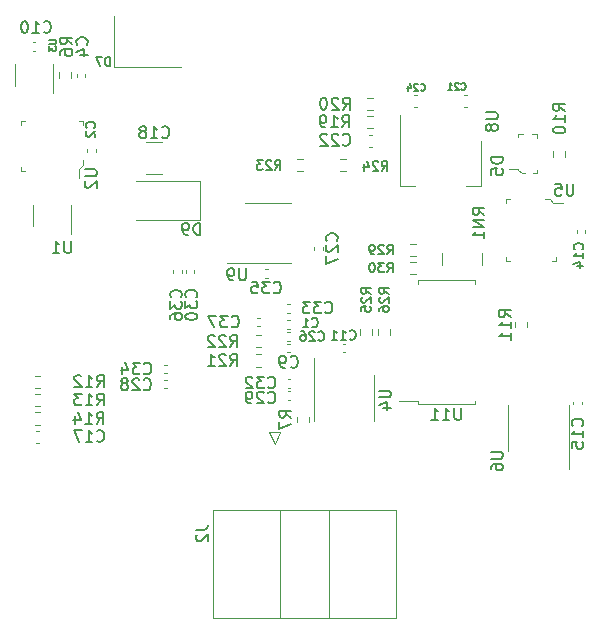
<source format=gbr>
%TF.GenerationSoftware,KiCad,Pcbnew,5.1.9-73d0e3b20d~88~ubuntu20.04.1*%
%TF.CreationDate,2021-04-18T22:18:41+08:00*%
%TF.ProjectId,AbsoluteEncoderBoard,4162736f-6c75-4746-9545-6e636f646572,rev?*%
%TF.SameCoordinates,Original*%
%TF.FileFunction,Legend,Bot*%
%TF.FilePolarity,Positive*%
%FSLAX46Y46*%
G04 Gerber Fmt 4.6, Leading zero omitted, Abs format (unit mm)*
G04 Created by KiCad (PCBNEW 5.1.9-73d0e3b20d~88~ubuntu20.04.1) date 2021-04-18 22:18:41*
%MOMM*%
%LPD*%
G01*
G04 APERTURE LIST*
%ADD10C,0.120000*%
%ADD11C,0.100000*%
%ADD12C,0.150000*%
%ADD13C,3.200000*%
%ADD14O,1.200000X1.750000*%
%ADD15C,1.800000*%
%ADD16C,3.700000*%
%ADD17C,4.000000*%
%ADD18R,3.800000X3.800000*%
%ADD19C,1.700000*%
%ADD20R,0.650000X1.060000*%
%ADD21R,2.500000X1.800000*%
%ADD22R,3.500000X2.300000*%
%ADD23R,1.500000X2.000000*%
%ADD24R,3.800000X2.000000*%
%ADD25R,2.000000X0.600000*%
%ADD26R,0.600000X2.000000*%
%ADD27R,0.500000X0.800000*%
%ADD28R,0.400000X0.800000*%
%ADD29O,1.700000X1.700000*%
%ADD30R,1.700000X1.700000*%
%ADD31O,2.100000X1.000000*%
%ADD32C,0.650000*%
%ADD33O,1.600000X1.000000*%
%ADD34O,1.750000X1.200000*%
%ADD35C,0.230000*%
%ADD36C,0.254000*%
G04 APERTURE END LIST*
D10*
X169412500Y-74237258D02*
X169412500Y-73762742D01*
X168367500Y-74237258D02*
X168367500Y-73762742D01*
X173290000Y-80552164D02*
X173290000Y-80767836D01*
X174010000Y-80552164D02*
X174010000Y-80767836D01*
X148515240Y-83124600D02*
X148015240Y-84124600D01*
X147515240Y-83124600D02*
X148515240Y-83124600D01*
X148015240Y-84124600D02*
X147515240Y-83124600D01*
X158305240Y-89744600D02*
X142805240Y-89744600D01*
X158305240Y-98864600D02*
X158305240Y-89744600D01*
X142805240Y-98864600D02*
X158305240Y-98864600D01*
X142805240Y-89744600D02*
X142805240Y-98864600D01*
X152605240Y-89744600D02*
X152605240Y-98864600D01*
X148505240Y-89744600D02*
X148505240Y-98864600D01*
X146552164Y-73420000D02*
X146767836Y-73420000D01*
X146552164Y-74140000D02*
X146767836Y-74140000D01*
X140160000Y-69417164D02*
X140160000Y-69632836D01*
X139440000Y-69417164D02*
X139440000Y-69632836D01*
X147222164Y-69330000D02*
X147437836Y-69330000D01*
X147222164Y-70050000D02*
X147437836Y-70050000D01*
X138692164Y-77410000D02*
X138907836Y-77410000D01*
X138692164Y-78130000D02*
X138907836Y-78130000D01*
X149307836Y-73010000D02*
X149092164Y-73010000D01*
X149307836Y-72290000D02*
X149092164Y-72290000D01*
X149332836Y-79335000D02*
X149117164Y-79335000D01*
X149332836Y-78615000D02*
X149117164Y-78615000D01*
X141235000Y-69417164D02*
X141235000Y-69632836D01*
X140515000Y-69417164D02*
X140515000Y-69632836D01*
X149117164Y-79640000D02*
X149332836Y-79640000D01*
X149117164Y-80360000D02*
X149332836Y-80360000D01*
X138692164Y-78665000D02*
X138907836Y-78665000D01*
X138692164Y-79385000D02*
X138907836Y-79385000D01*
X151390000Y-67657836D02*
X151390000Y-67442164D01*
X152110000Y-67657836D02*
X152110000Y-67442164D01*
X149317836Y-75360000D02*
X149102164Y-75360000D01*
X149317836Y-74640000D02*
X149102164Y-74640000D01*
X174330000Y-66032164D02*
X174330000Y-66247836D01*
X173610000Y-66032164D02*
X173610000Y-66247836D01*
X154007836Y-76360000D02*
X153792164Y-76360000D01*
X154007836Y-75640000D02*
X153792164Y-75640000D01*
X127757836Y-50810000D02*
X127542164Y-50810000D01*
X127757836Y-50090000D02*
X127542164Y-50090000D01*
X149317836Y-76360000D02*
X149102164Y-76360000D01*
X149317836Y-75640000D02*
X149102164Y-75640000D01*
X131980000Y-53007836D02*
X131980000Y-52792164D01*
X131260000Y-53007836D02*
X131260000Y-52792164D01*
X127565000Y-65700000D02*
X127565000Y-63900000D01*
X130785000Y-63900000D02*
X130785000Y-66350000D01*
X132860000Y-59357836D02*
X132860000Y-59142164D01*
X132140000Y-59357836D02*
X132140000Y-59142164D01*
X149317836Y-73640000D02*
X149102164Y-73640000D01*
X149317836Y-74360000D02*
X149102164Y-74360000D01*
X137088748Y-61260000D02*
X138511252Y-61260000D01*
X137088748Y-58540000D02*
X138511252Y-58540000D01*
X141725000Y-61825000D02*
X136325000Y-61825000D01*
X141725000Y-65125000D02*
X136325000Y-65125000D01*
X141725000Y-61825000D02*
X141725000Y-65125000D01*
X134390000Y-52160000D02*
X134390000Y-47860000D01*
X134390000Y-47860000D02*
X141690000Y-47860000D01*
X134390000Y-52160000D02*
X141690000Y-52160000D01*
X155975260Y-57990000D02*
X156256420Y-57990000D01*
X155975260Y-59010000D02*
X156256420Y-59010000D01*
X162580000Y-70250000D02*
X164965000Y-70250000D01*
X164965000Y-70250000D02*
X164965000Y-70530000D01*
X162580000Y-70250000D02*
X160195000Y-70250000D01*
X160195000Y-70250000D02*
X160195000Y-70530000D01*
X162580000Y-80770000D02*
X164965000Y-80770000D01*
X164965000Y-80770000D02*
X164965000Y-80490000D01*
X162580000Y-80770000D02*
X160195000Y-80770000D01*
X160195000Y-80770000D02*
X160195000Y-80490000D01*
X160195000Y-80490000D02*
X158530000Y-80490000D01*
X147450000Y-63690000D02*
X149400000Y-63690000D01*
X147450000Y-63690000D02*
X145500000Y-63690000D01*
X147450000Y-68810000D02*
X149400000Y-68810000D01*
X147450000Y-68810000D02*
X144000000Y-68810000D01*
X165473400Y-62250000D02*
X164213400Y-62250000D01*
X158653400Y-62250000D02*
X159913400Y-62250000D01*
X165473400Y-58490000D02*
X165473400Y-62250000D01*
X158653400Y-56240000D02*
X158653400Y-62250000D01*
X167810000Y-82750000D02*
X167810000Y-80800000D01*
X167810000Y-82750000D02*
X167810000Y-84700000D01*
X172930000Y-82750000D02*
X172930000Y-80800000D01*
X172930000Y-82750000D02*
X172930000Y-86200000D01*
D11*
X170930000Y-63400000D02*
X171330000Y-63400000D01*
X171330000Y-63400000D02*
X171630000Y-63700000D01*
X171630000Y-63700000D02*
X172430000Y-63700000D01*
X171830000Y-68300000D02*
X171830000Y-68600000D01*
X171830000Y-68600000D02*
X171530000Y-68600000D01*
X167630000Y-63700000D02*
X167630000Y-63400000D01*
X167630000Y-63400000D02*
X167930000Y-63400000D01*
X167630000Y-68300000D02*
X167630000Y-68600000D01*
X167630000Y-68600000D02*
X167930000Y-68600000D01*
D10*
X156460000Y-80250000D02*
X156460000Y-82200000D01*
X156460000Y-80250000D02*
X156460000Y-78300000D01*
X151340000Y-80250000D02*
X151340000Y-82200000D01*
X151340000Y-80250000D02*
X151340000Y-76800000D01*
X126040000Y-53775000D02*
X126040000Y-51975000D01*
X129260000Y-51975000D02*
X129260000Y-54425000D01*
D11*
X131775000Y-60100000D02*
X131775000Y-60500000D01*
X131775000Y-60500000D02*
X131475000Y-60800000D01*
X131475000Y-60800000D02*
X131475000Y-61600000D01*
X126875000Y-61000000D02*
X126575000Y-61000000D01*
X126575000Y-61000000D02*
X126575000Y-60700000D01*
X131475000Y-56800000D02*
X131775000Y-56800000D01*
X131775000Y-56800000D02*
X131775000Y-57100000D01*
X126875000Y-56800000D02*
X126575000Y-56800000D01*
X126575000Y-56800000D02*
X126575000Y-57100000D01*
D10*
X165590000Y-68930000D02*
X165590000Y-67930000D01*
X162230000Y-68930000D02*
X162230000Y-67930000D01*
X159987258Y-68687500D02*
X159512742Y-68687500D01*
X159987258Y-69732500D02*
X159512742Y-69732500D01*
X159987258Y-67167500D02*
X159512742Y-67167500D01*
X159987258Y-68212500D02*
X159512742Y-68212500D01*
X157807500Y-74877258D02*
X157807500Y-74402742D01*
X156762500Y-74877258D02*
X156762500Y-74402742D01*
X156282500Y-74877258D02*
X156282500Y-74402742D01*
X155237500Y-74877258D02*
X155237500Y-74402742D01*
X154057258Y-59997500D02*
X153582742Y-59997500D01*
X154057258Y-61042500D02*
X153582742Y-61042500D01*
X149942742Y-61022500D02*
X150417258Y-61022500D01*
X149942742Y-59977500D02*
X150417258Y-59977500D01*
X146887258Y-74877500D02*
X146412742Y-74877500D01*
X146887258Y-75922500D02*
X146412742Y-75922500D01*
X146887258Y-76527500D02*
X146412742Y-76527500D01*
X146887258Y-77572500D02*
X146412742Y-77572500D01*
X156350558Y-54818980D02*
X155876042Y-54818980D01*
X156350558Y-55863980D02*
X155876042Y-55863980D01*
X156355638Y-56348060D02*
X155881122Y-56348060D01*
X156355638Y-57393060D02*
X155881122Y-57393060D01*
X127712742Y-82472500D02*
X128187258Y-82472500D01*
X127712742Y-81427500D02*
X128187258Y-81427500D01*
X127702742Y-80922500D02*
X128177258Y-80922500D01*
X127702742Y-79877500D02*
X128177258Y-79877500D01*
X128187258Y-78327500D02*
X127712742Y-78327500D01*
X128187258Y-79372500D02*
X127712742Y-79372500D01*
X171577500Y-59312742D02*
X171577500Y-59787258D01*
X172622500Y-59312742D02*
X172622500Y-59787258D01*
X149877500Y-81812742D02*
X149877500Y-82287258D01*
X150922500Y-81812742D02*
X150922500Y-82287258D01*
X129727500Y-52662742D02*
X129727500Y-53137258D01*
X130772500Y-52662742D02*
X130772500Y-53137258D01*
D11*
X169250000Y-61200000D02*
X168975000Y-61200000D01*
X168975000Y-61200000D02*
X168600000Y-60925000D01*
X168600000Y-60925000D02*
X168600000Y-60875000D01*
X168600000Y-60875000D02*
X167825000Y-60875000D01*
X169075000Y-57900000D02*
X168600000Y-57900000D01*
X168600000Y-57900000D02*
X168600000Y-58250000D01*
X170250000Y-58125000D02*
X170250000Y-58250000D01*
X170250000Y-58200000D02*
X170250000Y-57900000D01*
X170250000Y-57900000D02*
X169800000Y-57900000D01*
X169875000Y-61200000D02*
X170250000Y-61200000D01*
X170250000Y-61200000D02*
X170250000Y-60900000D01*
D10*
X160115580Y-54565000D02*
X159834420Y-54565000D01*
X160115580Y-55585000D02*
X159834420Y-55585000D01*
X164034420Y-55585000D02*
X164315580Y-55585000D01*
X164034420Y-54565000D02*
X164315580Y-54565000D01*
X127809420Y-84010000D02*
X128090580Y-84010000D01*
X127809420Y-82990000D02*
X128090580Y-82990000D01*
D12*
X168002380Y-73382142D02*
X167526190Y-73048809D01*
X168002380Y-72810714D02*
X167002380Y-72810714D01*
X167002380Y-73191666D01*
X167050000Y-73286904D01*
X167097619Y-73334523D01*
X167192857Y-73382142D01*
X167335714Y-73382142D01*
X167430952Y-73334523D01*
X167478571Y-73286904D01*
X167526190Y-73191666D01*
X167526190Y-72810714D01*
X168002380Y-74334523D02*
X168002380Y-73763095D01*
X168002380Y-74048809D02*
X167002380Y-74048809D01*
X167145238Y-73953571D01*
X167240476Y-73858333D01*
X167288095Y-73763095D01*
X168002380Y-75286904D02*
X168002380Y-74715476D01*
X168002380Y-75001190D02*
X167002380Y-75001190D01*
X167145238Y-74905952D01*
X167240476Y-74810714D01*
X167288095Y-74715476D01*
X174067142Y-82597142D02*
X174114761Y-82549523D01*
X174162380Y-82406666D01*
X174162380Y-82311428D01*
X174114761Y-82168571D01*
X174019523Y-82073333D01*
X173924285Y-82025714D01*
X173733809Y-81978095D01*
X173590952Y-81978095D01*
X173400476Y-82025714D01*
X173305238Y-82073333D01*
X173210000Y-82168571D01*
X173162380Y-82311428D01*
X173162380Y-82406666D01*
X173210000Y-82549523D01*
X173257619Y-82597142D01*
X174162380Y-83549523D02*
X174162380Y-82978095D01*
X174162380Y-83263809D02*
X173162380Y-83263809D01*
X173305238Y-83168571D01*
X173400476Y-83073333D01*
X173448095Y-82978095D01*
X173162380Y-84454285D02*
X173162380Y-83978095D01*
X173638571Y-83930476D01*
X173590952Y-83978095D01*
X173543333Y-84073333D01*
X173543333Y-84311428D01*
X173590952Y-84406666D01*
X173638571Y-84454285D01*
X173733809Y-84501904D01*
X173971904Y-84501904D01*
X174067142Y-84454285D01*
X174114761Y-84406666D01*
X174162380Y-84311428D01*
X174162380Y-84073333D01*
X174114761Y-83978095D01*
X174067142Y-83930476D01*
X141367620Y-91356266D02*
X142081906Y-91356266D01*
X142224763Y-91308647D01*
X142320001Y-91213409D01*
X142367620Y-91070552D01*
X142367620Y-90975314D01*
X141462859Y-91784838D02*
X141415240Y-91832457D01*
X141367620Y-91927695D01*
X141367620Y-92165790D01*
X141415240Y-92261028D01*
X141462859Y-92308647D01*
X141558097Y-92356266D01*
X141653335Y-92356266D01*
X141796192Y-92308647D01*
X142367620Y-91737219D01*
X142367620Y-92356266D01*
X144372857Y-74157142D02*
X144420476Y-74204761D01*
X144563333Y-74252380D01*
X144658571Y-74252380D01*
X144801428Y-74204761D01*
X144896666Y-74109523D01*
X144944285Y-74014285D01*
X144991904Y-73823809D01*
X144991904Y-73680952D01*
X144944285Y-73490476D01*
X144896666Y-73395238D01*
X144801428Y-73300000D01*
X144658571Y-73252380D01*
X144563333Y-73252380D01*
X144420476Y-73300000D01*
X144372857Y-73347619D01*
X144039523Y-73252380D02*
X143420476Y-73252380D01*
X143753809Y-73633333D01*
X143610952Y-73633333D01*
X143515714Y-73680952D01*
X143468095Y-73728571D01*
X143420476Y-73823809D01*
X143420476Y-74061904D01*
X143468095Y-74157142D01*
X143515714Y-74204761D01*
X143610952Y-74252380D01*
X143896666Y-74252380D01*
X143991904Y-74204761D01*
X144039523Y-74157142D01*
X143087142Y-73252380D02*
X142420476Y-73252380D01*
X142849047Y-74252380D01*
X140077142Y-71697142D02*
X140124761Y-71649523D01*
X140172380Y-71506666D01*
X140172380Y-71411428D01*
X140124761Y-71268571D01*
X140029523Y-71173333D01*
X139934285Y-71125714D01*
X139743809Y-71078095D01*
X139600952Y-71078095D01*
X139410476Y-71125714D01*
X139315238Y-71173333D01*
X139220000Y-71268571D01*
X139172380Y-71411428D01*
X139172380Y-71506666D01*
X139220000Y-71649523D01*
X139267619Y-71697142D01*
X139172380Y-72030476D02*
X139172380Y-72649523D01*
X139553333Y-72316190D01*
X139553333Y-72459047D01*
X139600952Y-72554285D01*
X139648571Y-72601904D01*
X139743809Y-72649523D01*
X139981904Y-72649523D01*
X140077142Y-72601904D01*
X140124761Y-72554285D01*
X140172380Y-72459047D01*
X140172380Y-72173333D01*
X140124761Y-72078095D01*
X140077142Y-72030476D01*
X139172380Y-73506666D02*
X139172380Y-73316190D01*
X139220000Y-73220952D01*
X139267619Y-73173333D01*
X139410476Y-73078095D01*
X139600952Y-73030476D01*
X139981904Y-73030476D01*
X140077142Y-73078095D01*
X140124761Y-73125714D01*
X140172380Y-73220952D01*
X140172380Y-73411428D01*
X140124761Y-73506666D01*
X140077142Y-73554285D01*
X139981904Y-73601904D01*
X139743809Y-73601904D01*
X139648571Y-73554285D01*
X139600952Y-73506666D01*
X139553333Y-73411428D01*
X139553333Y-73220952D01*
X139600952Y-73125714D01*
X139648571Y-73078095D01*
X139743809Y-73030476D01*
X147942857Y-71267142D02*
X147990476Y-71314761D01*
X148133333Y-71362380D01*
X148228571Y-71362380D01*
X148371428Y-71314761D01*
X148466666Y-71219523D01*
X148514285Y-71124285D01*
X148561904Y-70933809D01*
X148561904Y-70790952D01*
X148514285Y-70600476D01*
X148466666Y-70505238D01*
X148371428Y-70410000D01*
X148228571Y-70362380D01*
X148133333Y-70362380D01*
X147990476Y-70410000D01*
X147942857Y-70457619D01*
X147609523Y-70362380D02*
X146990476Y-70362380D01*
X147323809Y-70743333D01*
X147180952Y-70743333D01*
X147085714Y-70790952D01*
X147038095Y-70838571D01*
X146990476Y-70933809D01*
X146990476Y-71171904D01*
X147038095Y-71267142D01*
X147085714Y-71314761D01*
X147180952Y-71362380D01*
X147466666Y-71362380D01*
X147561904Y-71314761D01*
X147609523Y-71267142D01*
X146085714Y-70362380D02*
X146561904Y-70362380D01*
X146609523Y-70838571D01*
X146561904Y-70790952D01*
X146466666Y-70743333D01*
X146228571Y-70743333D01*
X146133333Y-70790952D01*
X146085714Y-70838571D01*
X146038095Y-70933809D01*
X146038095Y-71171904D01*
X146085714Y-71267142D01*
X146133333Y-71314761D01*
X146228571Y-71362380D01*
X146466666Y-71362380D01*
X146561904Y-71314761D01*
X146609523Y-71267142D01*
X136942857Y-78127142D02*
X136990476Y-78174761D01*
X137133333Y-78222380D01*
X137228571Y-78222380D01*
X137371428Y-78174761D01*
X137466666Y-78079523D01*
X137514285Y-77984285D01*
X137561904Y-77793809D01*
X137561904Y-77650952D01*
X137514285Y-77460476D01*
X137466666Y-77365238D01*
X137371428Y-77270000D01*
X137228571Y-77222380D01*
X137133333Y-77222380D01*
X136990476Y-77270000D01*
X136942857Y-77317619D01*
X136609523Y-77222380D02*
X135990476Y-77222380D01*
X136323809Y-77603333D01*
X136180952Y-77603333D01*
X136085714Y-77650952D01*
X136038095Y-77698571D01*
X135990476Y-77793809D01*
X135990476Y-78031904D01*
X136038095Y-78127142D01*
X136085714Y-78174761D01*
X136180952Y-78222380D01*
X136466666Y-78222380D01*
X136561904Y-78174761D01*
X136609523Y-78127142D01*
X135133333Y-77555714D02*
X135133333Y-78222380D01*
X135371428Y-77174761D02*
X135609523Y-77889047D01*
X134990476Y-77889047D01*
X152292857Y-72957142D02*
X152340476Y-73004761D01*
X152483333Y-73052380D01*
X152578571Y-73052380D01*
X152721428Y-73004761D01*
X152816666Y-72909523D01*
X152864285Y-72814285D01*
X152911904Y-72623809D01*
X152911904Y-72480952D01*
X152864285Y-72290476D01*
X152816666Y-72195238D01*
X152721428Y-72100000D01*
X152578571Y-72052380D01*
X152483333Y-72052380D01*
X152340476Y-72100000D01*
X152292857Y-72147619D01*
X151959523Y-72052380D02*
X151340476Y-72052380D01*
X151673809Y-72433333D01*
X151530952Y-72433333D01*
X151435714Y-72480952D01*
X151388095Y-72528571D01*
X151340476Y-72623809D01*
X151340476Y-72861904D01*
X151388095Y-72957142D01*
X151435714Y-73004761D01*
X151530952Y-73052380D01*
X151816666Y-73052380D01*
X151911904Y-73004761D01*
X151959523Y-72957142D01*
X151007142Y-72052380D02*
X150388095Y-72052380D01*
X150721428Y-72433333D01*
X150578571Y-72433333D01*
X150483333Y-72480952D01*
X150435714Y-72528571D01*
X150388095Y-72623809D01*
X150388095Y-72861904D01*
X150435714Y-72957142D01*
X150483333Y-73004761D01*
X150578571Y-73052380D01*
X150864285Y-73052380D01*
X150959523Y-73004761D01*
X151007142Y-72957142D01*
X147462857Y-79317142D02*
X147510476Y-79364761D01*
X147653333Y-79412380D01*
X147748571Y-79412380D01*
X147891428Y-79364761D01*
X147986666Y-79269523D01*
X148034285Y-79174285D01*
X148081904Y-78983809D01*
X148081904Y-78840952D01*
X148034285Y-78650476D01*
X147986666Y-78555238D01*
X147891428Y-78460000D01*
X147748571Y-78412380D01*
X147653333Y-78412380D01*
X147510476Y-78460000D01*
X147462857Y-78507619D01*
X147129523Y-78412380D02*
X146510476Y-78412380D01*
X146843809Y-78793333D01*
X146700952Y-78793333D01*
X146605714Y-78840952D01*
X146558095Y-78888571D01*
X146510476Y-78983809D01*
X146510476Y-79221904D01*
X146558095Y-79317142D01*
X146605714Y-79364761D01*
X146700952Y-79412380D01*
X146986666Y-79412380D01*
X147081904Y-79364761D01*
X147129523Y-79317142D01*
X146129523Y-78507619D02*
X146081904Y-78460000D01*
X145986666Y-78412380D01*
X145748571Y-78412380D01*
X145653333Y-78460000D01*
X145605714Y-78507619D01*
X145558095Y-78602857D01*
X145558095Y-78698095D01*
X145605714Y-78840952D01*
X146177142Y-79412380D01*
X145558095Y-79412380D01*
X141367142Y-71687142D02*
X141414761Y-71639523D01*
X141462380Y-71496666D01*
X141462380Y-71401428D01*
X141414761Y-71258571D01*
X141319523Y-71163333D01*
X141224285Y-71115714D01*
X141033809Y-71068095D01*
X140890952Y-71068095D01*
X140700476Y-71115714D01*
X140605238Y-71163333D01*
X140510000Y-71258571D01*
X140462380Y-71401428D01*
X140462380Y-71496666D01*
X140510000Y-71639523D01*
X140557619Y-71687142D01*
X140462380Y-72020476D02*
X140462380Y-72639523D01*
X140843333Y-72306190D01*
X140843333Y-72449047D01*
X140890952Y-72544285D01*
X140938571Y-72591904D01*
X141033809Y-72639523D01*
X141271904Y-72639523D01*
X141367142Y-72591904D01*
X141414761Y-72544285D01*
X141462380Y-72449047D01*
X141462380Y-72163333D01*
X141414761Y-72068095D01*
X141367142Y-72020476D01*
X140462380Y-73258571D02*
X140462380Y-73353809D01*
X140510000Y-73449047D01*
X140557619Y-73496666D01*
X140652857Y-73544285D01*
X140843333Y-73591904D01*
X141081428Y-73591904D01*
X141271904Y-73544285D01*
X141367142Y-73496666D01*
X141414761Y-73449047D01*
X141462380Y-73353809D01*
X141462380Y-73258571D01*
X141414761Y-73163333D01*
X141367142Y-73115714D01*
X141271904Y-73068095D01*
X141081428Y-73020476D01*
X140843333Y-73020476D01*
X140652857Y-73068095D01*
X140557619Y-73115714D01*
X140510000Y-73163333D01*
X140462380Y-73258571D01*
X147462857Y-80577142D02*
X147510476Y-80624761D01*
X147653333Y-80672380D01*
X147748571Y-80672380D01*
X147891428Y-80624761D01*
X147986666Y-80529523D01*
X148034285Y-80434285D01*
X148081904Y-80243809D01*
X148081904Y-80100952D01*
X148034285Y-79910476D01*
X147986666Y-79815238D01*
X147891428Y-79720000D01*
X147748571Y-79672380D01*
X147653333Y-79672380D01*
X147510476Y-79720000D01*
X147462857Y-79767619D01*
X147081904Y-79767619D02*
X147034285Y-79720000D01*
X146939047Y-79672380D01*
X146700952Y-79672380D01*
X146605714Y-79720000D01*
X146558095Y-79767619D01*
X146510476Y-79862857D01*
X146510476Y-79958095D01*
X146558095Y-80100952D01*
X147129523Y-80672380D01*
X146510476Y-80672380D01*
X146034285Y-80672380D02*
X145843809Y-80672380D01*
X145748571Y-80624761D01*
X145700952Y-80577142D01*
X145605714Y-80434285D01*
X145558095Y-80243809D01*
X145558095Y-79862857D01*
X145605714Y-79767619D01*
X145653333Y-79720000D01*
X145748571Y-79672380D01*
X145939047Y-79672380D01*
X146034285Y-79720000D01*
X146081904Y-79767619D01*
X146129523Y-79862857D01*
X146129523Y-80100952D01*
X146081904Y-80196190D01*
X146034285Y-80243809D01*
X145939047Y-80291428D01*
X145748571Y-80291428D01*
X145653333Y-80243809D01*
X145605714Y-80196190D01*
X145558095Y-80100952D01*
X136932857Y-79467142D02*
X136980476Y-79514761D01*
X137123333Y-79562380D01*
X137218571Y-79562380D01*
X137361428Y-79514761D01*
X137456666Y-79419523D01*
X137504285Y-79324285D01*
X137551904Y-79133809D01*
X137551904Y-78990952D01*
X137504285Y-78800476D01*
X137456666Y-78705238D01*
X137361428Y-78610000D01*
X137218571Y-78562380D01*
X137123333Y-78562380D01*
X136980476Y-78610000D01*
X136932857Y-78657619D01*
X136551904Y-78657619D02*
X136504285Y-78610000D01*
X136409047Y-78562380D01*
X136170952Y-78562380D01*
X136075714Y-78610000D01*
X136028095Y-78657619D01*
X135980476Y-78752857D01*
X135980476Y-78848095D01*
X136028095Y-78990952D01*
X136599523Y-79562380D01*
X135980476Y-79562380D01*
X135409047Y-78990952D02*
X135504285Y-78943333D01*
X135551904Y-78895714D01*
X135599523Y-78800476D01*
X135599523Y-78752857D01*
X135551904Y-78657619D01*
X135504285Y-78610000D01*
X135409047Y-78562380D01*
X135218571Y-78562380D01*
X135123333Y-78610000D01*
X135075714Y-78657619D01*
X135028095Y-78752857D01*
X135028095Y-78800476D01*
X135075714Y-78895714D01*
X135123333Y-78943333D01*
X135218571Y-78990952D01*
X135409047Y-78990952D01*
X135504285Y-79038571D01*
X135551904Y-79086190D01*
X135599523Y-79181428D01*
X135599523Y-79371904D01*
X135551904Y-79467142D01*
X135504285Y-79514761D01*
X135409047Y-79562380D01*
X135218571Y-79562380D01*
X135123333Y-79514761D01*
X135075714Y-79467142D01*
X135028095Y-79371904D01*
X135028095Y-79181428D01*
X135075714Y-79086190D01*
X135123333Y-79038571D01*
X135218571Y-78990952D01*
X153267142Y-66907142D02*
X153314761Y-66859523D01*
X153362380Y-66716666D01*
X153362380Y-66621428D01*
X153314761Y-66478571D01*
X153219523Y-66383333D01*
X153124285Y-66335714D01*
X152933809Y-66288095D01*
X152790952Y-66288095D01*
X152600476Y-66335714D01*
X152505238Y-66383333D01*
X152410000Y-66478571D01*
X152362380Y-66621428D01*
X152362380Y-66716666D01*
X152410000Y-66859523D01*
X152457619Y-66907142D01*
X152457619Y-67288095D02*
X152410000Y-67335714D01*
X152362380Y-67430952D01*
X152362380Y-67669047D01*
X152410000Y-67764285D01*
X152457619Y-67811904D01*
X152552857Y-67859523D01*
X152648095Y-67859523D01*
X152790952Y-67811904D01*
X153362380Y-67240476D01*
X153362380Y-67859523D01*
X152362380Y-68192857D02*
X152362380Y-68859523D01*
X153362380Y-68430952D01*
X151714285Y-75310714D02*
X151752380Y-75348809D01*
X151866666Y-75386904D01*
X151942857Y-75386904D01*
X152057142Y-75348809D01*
X152133333Y-75272619D01*
X152171428Y-75196428D01*
X152209523Y-75044047D01*
X152209523Y-74929761D01*
X152171428Y-74777380D01*
X152133333Y-74701190D01*
X152057142Y-74625000D01*
X151942857Y-74586904D01*
X151866666Y-74586904D01*
X151752380Y-74625000D01*
X151714285Y-74663095D01*
X151409523Y-74663095D02*
X151371428Y-74625000D01*
X151295238Y-74586904D01*
X151104761Y-74586904D01*
X151028571Y-74625000D01*
X150990476Y-74663095D01*
X150952380Y-74739285D01*
X150952380Y-74815476D01*
X150990476Y-74929761D01*
X151447619Y-75386904D01*
X150952380Y-75386904D01*
X150266666Y-74586904D02*
X150419047Y-74586904D01*
X150495238Y-74625000D01*
X150533333Y-74663095D01*
X150609523Y-74777380D01*
X150647619Y-74929761D01*
X150647619Y-75234523D01*
X150609523Y-75310714D01*
X150571428Y-75348809D01*
X150495238Y-75386904D01*
X150342857Y-75386904D01*
X150266666Y-75348809D01*
X150228571Y-75310714D01*
X150190476Y-75234523D01*
X150190476Y-75044047D01*
X150228571Y-74967857D01*
X150266666Y-74929761D01*
X150342857Y-74891666D01*
X150495238Y-74891666D01*
X150571428Y-74929761D01*
X150609523Y-74967857D01*
X150647619Y-75044047D01*
X174075714Y-67635714D02*
X174113809Y-67597619D01*
X174151904Y-67483333D01*
X174151904Y-67407142D01*
X174113809Y-67292857D01*
X174037619Y-67216666D01*
X173961428Y-67178571D01*
X173809047Y-67140476D01*
X173694761Y-67140476D01*
X173542380Y-67178571D01*
X173466190Y-67216666D01*
X173390000Y-67292857D01*
X173351904Y-67407142D01*
X173351904Y-67483333D01*
X173390000Y-67597619D01*
X173428095Y-67635714D01*
X174151904Y-68397619D02*
X174151904Y-67940476D01*
X174151904Y-68169047D02*
X173351904Y-68169047D01*
X173466190Y-68092857D01*
X173542380Y-68016666D01*
X173580476Y-67940476D01*
X173618571Y-69083333D02*
X174151904Y-69083333D01*
X173313809Y-68892857D02*
X173885238Y-68702380D01*
X173885238Y-69197619D01*
X154374285Y-75205714D02*
X154412380Y-75243809D01*
X154526666Y-75281904D01*
X154602857Y-75281904D01*
X154717142Y-75243809D01*
X154793333Y-75167619D01*
X154831428Y-75091428D01*
X154869523Y-74939047D01*
X154869523Y-74824761D01*
X154831428Y-74672380D01*
X154793333Y-74596190D01*
X154717142Y-74520000D01*
X154602857Y-74481904D01*
X154526666Y-74481904D01*
X154412380Y-74520000D01*
X154374285Y-74558095D01*
X153612380Y-75281904D02*
X154069523Y-75281904D01*
X153840952Y-75281904D02*
X153840952Y-74481904D01*
X153917142Y-74596190D01*
X153993333Y-74672380D01*
X154069523Y-74710476D01*
X152850476Y-75281904D02*
X153307619Y-75281904D01*
X153079047Y-75281904D02*
X153079047Y-74481904D01*
X153155238Y-74596190D01*
X153231428Y-74672380D01*
X153307619Y-74710476D01*
X128462857Y-49217142D02*
X128510476Y-49264761D01*
X128653333Y-49312380D01*
X128748571Y-49312380D01*
X128891428Y-49264761D01*
X128986666Y-49169523D01*
X129034285Y-49074285D01*
X129081904Y-48883809D01*
X129081904Y-48740952D01*
X129034285Y-48550476D01*
X128986666Y-48455238D01*
X128891428Y-48360000D01*
X128748571Y-48312380D01*
X128653333Y-48312380D01*
X128510476Y-48360000D01*
X128462857Y-48407619D01*
X127510476Y-49312380D02*
X128081904Y-49312380D01*
X127796190Y-49312380D02*
X127796190Y-48312380D01*
X127891428Y-48455238D01*
X127986666Y-48550476D01*
X128081904Y-48598095D01*
X126891428Y-48312380D02*
X126796190Y-48312380D01*
X126700952Y-48360000D01*
X126653333Y-48407619D01*
X126605714Y-48502857D01*
X126558095Y-48693333D01*
X126558095Y-48931428D01*
X126605714Y-49121904D01*
X126653333Y-49217142D01*
X126700952Y-49264761D01*
X126796190Y-49312380D01*
X126891428Y-49312380D01*
X126986666Y-49264761D01*
X127034285Y-49217142D01*
X127081904Y-49121904D01*
X127129523Y-48931428D01*
X127129523Y-48693333D01*
X127081904Y-48502857D01*
X127034285Y-48407619D01*
X126986666Y-48360000D01*
X126891428Y-48312380D01*
X149366666Y-77557142D02*
X149414285Y-77604761D01*
X149557142Y-77652380D01*
X149652380Y-77652380D01*
X149795238Y-77604761D01*
X149890476Y-77509523D01*
X149938095Y-77414285D01*
X149985714Y-77223809D01*
X149985714Y-77080952D01*
X149938095Y-76890476D01*
X149890476Y-76795238D01*
X149795238Y-76700000D01*
X149652380Y-76652380D01*
X149557142Y-76652380D01*
X149414285Y-76700000D01*
X149366666Y-76747619D01*
X148890476Y-77652380D02*
X148700000Y-77652380D01*
X148604761Y-77604761D01*
X148557142Y-77557142D01*
X148461904Y-77414285D01*
X148414285Y-77223809D01*
X148414285Y-76842857D01*
X148461904Y-76747619D01*
X148509523Y-76700000D01*
X148604761Y-76652380D01*
X148795238Y-76652380D01*
X148890476Y-76700000D01*
X148938095Y-76747619D01*
X148985714Y-76842857D01*
X148985714Y-77080952D01*
X148938095Y-77176190D01*
X148890476Y-77223809D01*
X148795238Y-77271428D01*
X148604761Y-77271428D01*
X148509523Y-77223809D01*
X148461904Y-77176190D01*
X148414285Y-77080952D01*
X132127142Y-50308333D02*
X132174761Y-50260714D01*
X132222380Y-50117857D01*
X132222380Y-50022619D01*
X132174761Y-49879761D01*
X132079523Y-49784523D01*
X131984285Y-49736904D01*
X131793809Y-49689285D01*
X131650952Y-49689285D01*
X131460476Y-49736904D01*
X131365238Y-49784523D01*
X131270000Y-49879761D01*
X131222380Y-50022619D01*
X131222380Y-50117857D01*
X131270000Y-50260714D01*
X131317619Y-50308333D01*
X131555714Y-51165476D02*
X132222380Y-51165476D01*
X131174761Y-50927380D02*
X131889047Y-50689285D01*
X131889047Y-51308333D01*
X130786904Y-66927380D02*
X130786904Y-67736904D01*
X130739285Y-67832142D01*
X130691666Y-67879761D01*
X130596428Y-67927380D01*
X130405952Y-67927380D01*
X130310714Y-67879761D01*
X130263095Y-67832142D01*
X130215476Y-67736904D01*
X130215476Y-66927380D01*
X129215476Y-67927380D02*
X129786904Y-67927380D01*
X129501190Y-67927380D02*
X129501190Y-66927380D01*
X129596428Y-67070238D01*
X129691666Y-67165476D01*
X129786904Y-67213095D01*
X132760714Y-57341666D02*
X132798809Y-57303571D01*
X132836904Y-57189285D01*
X132836904Y-57113095D01*
X132798809Y-56998809D01*
X132722619Y-56922619D01*
X132646428Y-56884523D01*
X132494047Y-56846428D01*
X132379761Y-56846428D01*
X132227380Y-56884523D01*
X132151190Y-56922619D01*
X132075000Y-56998809D01*
X132036904Y-57113095D01*
X132036904Y-57189285D01*
X132075000Y-57303571D01*
X132113095Y-57341666D01*
X132113095Y-57646428D02*
X132075000Y-57684523D01*
X132036904Y-57760714D01*
X132036904Y-57951190D01*
X132075000Y-58027380D01*
X132113095Y-58065476D01*
X132189285Y-58103571D01*
X132265476Y-58103571D01*
X132379761Y-58065476D01*
X132836904Y-57608333D01*
X132836904Y-58103571D01*
X151173333Y-74175714D02*
X151211428Y-74213809D01*
X151325714Y-74251904D01*
X151401904Y-74251904D01*
X151516190Y-74213809D01*
X151592380Y-74137619D01*
X151630476Y-74061428D01*
X151668571Y-73909047D01*
X151668571Y-73794761D01*
X151630476Y-73642380D01*
X151592380Y-73566190D01*
X151516190Y-73490000D01*
X151401904Y-73451904D01*
X151325714Y-73451904D01*
X151211428Y-73490000D01*
X151173333Y-73528095D01*
X150411428Y-74251904D02*
X150868571Y-74251904D01*
X150640000Y-74251904D02*
X150640000Y-73451904D01*
X150716190Y-73566190D01*
X150792380Y-73642380D01*
X150868571Y-73680476D01*
X138482857Y-58127142D02*
X138530476Y-58174761D01*
X138673333Y-58222380D01*
X138768571Y-58222380D01*
X138911428Y-58174761D01*
X139006666Y-58079523D01*
X139054285Y-57984285D01*
X139101904Y-57793809D01*
X139101904Y-57650952D01*
X139054285Y-57460476D01*
X139006666Y-57365238D01*
X138911428Y-57270000D01*
X138768571Y-57222380D01*
X138673333Y-57222380D01*
X138530476Y-57270000D01*
X138482857Y-57317619D01*
X137530476Y-58222380D02*
X138101904Y-58222380D01*
X137816190Y-58222380D02*
X137816190Y-57222380D01*
X137911428Y-57365238D01*
X138006666Y-57460476D01*
X138101904Y-57508095D01*
X136959047Y-57650952D02*
X137054285Y-57603333D01*
X137101904Y-57555714D01*
X137149523Y-57460476D01*
X137149523Y-57412857D01*
X137101904Y-57317619D01*
X137054285Y-57270000D01*
X136959047Y-57222380D01*
X136768571Y-57222380D01*
X136673333Y-57270000D01*
X136625714Y-57317619D01*
X136578095Y-57412857D01*
X136578095Y-57460476D01*
X136625714Y-57555714D01*
X136673333Y-57603333D01*
X136768571Y-57650952D01*
X136959047Y-57650952D01*
X137054285Y-57698571D01*
X137101904Y-57746190D01*
X137149523Y-57841428D01*
X137149523Y-58031904D01*
X137101904Y-58127142D01*
X137054285Y-58174761D01*
X136959047Y-58222380D01*
X136768571Y-58222380D01*
X136673333Y-58174761D01*
X136625714Y-58127142D01*
X136578095Y-58031904D01*
X136578095Y-57841428D01*
X136625714Y-57746190D01*
X136673333Y-57698571D01*
X136768571Y-57650952D01*
X141713095Y-66402380D02*
X141713095Y-65402380D01*
X141475000Y-65402380D01*
X141332142Y-65450000D01*
X141236904Y-65545238D01*
X141189285Y-65640476D01*
X141141666Y-65830952D01*
X141141666Y-65973809D01*
X141189285Y-66164285D01*
X141236904Y-66259523D01*
X141332142Y-66354761D01*
X141475000Y-66402380D01*
X141713095Y-66402380D01*
X140665476Y-66402380D02*
X140475000Y-66402380D01*
X140379761Y-66354761D01*
X140332142Y-66307142D01*
X140236904Y-66164285D01*
X140189285Y-65973809D01*
X140189285Y-65592857D01*
X140236904Y-65497619D01*
X140284523Y-65450000D01*
X140379761Y-65402380D01*
X140570238Y-65402380D01*
X140665476Y-65450000D01*
X140713095Y-65497619D01*
X140760714Y-65592857D01*
X140760714Y-65830952D01*
X140713095Y-65926190D01*
X140665476Y-65973809D01*
X140570238Y-66021428D01*
X140379761Y-66021428D01*
X140284523Y-65973809D01*
X140236904Y-65926190D01*
X140189285Y-65830952D01*
X134115476Y-52136904D02*
X134115476Y-51336904D01*
X133925000Y-51336904D01*
X133810714Y-51375000D01*
X133734523Y-51451190D01*
X133696428Y-51527380D01*
X133658333Y-51679761D01*
X133658333Y-51794047D01*
X133696428Y-51946428D01*
X133734523Y-52022619D01*
X133810714Y-52098809D01*
X133925000Y-52136904D01*
X134115476Y-52136904D01*
X133391666Y-51336904D02*
X132858333Y-51336904D01*
X133201190Y-52136904D01*
X153792857Y-58754962D02*
X153840476Y-58802581D01*
X153983333Y-58850200D01*
X154078571Y-58850200D01*
X154221428Y-58802581D01*
X154316666Y-58707343D01*
X154364285Y-58612105D01*
X154411904Y-58421629D01*
X154411904Y-58278772D01*
X154364285Y-58088296D01*
X154316666Y-57993058D01*
X154221428Y-57897820D01*
X154078571Y-57850200D01*
X153983333Y-57850200D01*
X153840476Y-57897820D01*
X153792857Y-57945439D01*
X153411904Y-57945439D02*
X153364285Y-57897820D01*
X153269047Y-57850200D01*
X153030952Y-57850200D01*
X152935714Y-57897820D01*
X152888095Y-57945439D01*
X152840476Y-58040677D01*
X152840476Y-58135915D01*
X152888095Y-58278772D01*
X153459523Y-58850200D01*
X152840476Y-58850200D01*
X152459523Y-57945439D02*
X152411904Y-57897820D01*
X152316666Y-57850200D01*
X152078571Y-57850200D01*
X151983333Y-57897820D01*
X151935714Y-57945439D01*
X151888095Y-58040677D01*
X151888095Y-58135915D01*
X151935714Y-58278772D01*
X152507142Y-58850200D01*
X151888095Y-58850200D01*
X163818095Y-81062380D02*
X163818095Y-81871904D01*
X163770476Y-81967142D01*
X163722857Y-82014761D01*
X163627619Y-82062380D01*
X163437142Y-82062380D01*
X163341904Y-82014761D01*
X163294285Y-81967142D01*
X163246666Y-81871904D01*
X163246666Y-81062380D01*
X162246666Y-82062380D02*
X162818095Y-82062380D01*
X162532380Y-82062380D02*
X162532380Y-81062380D01*
X162627619Y-81205238D01*
X162722857Y-81300476D01*
X162818095Y-81348095D01*
X161294285Y-82062380D02*
X161865714Y-82062380D01*
X161580000Y-82062380D02*
X161580000Y-81062380D01*
X161675238Y-81205238D01*
X161770476Y-81300476D01*
X161865714Y-81348095D01*
X145591904Y-69252380D02*
X145591904Y-70061904D01*
X145544285Y-70157142D01*
X145496666Y-70204761D01*
X145401428Y-70252380D01*
X145210952Y-70252380D01*
X145115714Y-70204761D01*
X145068095Y-70157142D01*
X145020476Y-70061904D01*
X145020476Y-69252380D01*
X144496666Y-70252380D02*
X144306190Y-70252380D01*
X144210952Y-70204761D01*
X144163333Y-70157142D01*
X144068095Y-70014285D01*
X144020476Y-69823809D01*
X144020476Y-69442857D01*
X144068095Y-69347619D01*
X144115714Y-69300000D01*
X144210952Y-69252380D01*
X144401428Y-69252380D01*
X144496666Y-69300000D01*
X144544285Y-69347619D01*
X144591904Y-69442857D01*
X144591904Y-69680952D01*
X144544285Y-69776190D01*
X144496666Y-69823809D01*
X144401428Y-69871428D01*
X144210952Y-69871428D01*
X144115714Y-69823809D01*
X144068095Y-69776190D01*
X144020476Y-69680952D01*
X165902380Y-56038095D02*
X166711904Y-56038095D01*
X166807142Y-56085714D01*
X166854761Y-56133333D01*
X166902380Y-56228571D01*
X166902380Y-56419047D01*
X166854761Y-56514285D01*
X166807142Y-56561904D01*
X166711904Y-56609523D01*
X165902380Y-56609523D01*
X166330952Y-57228571D02*
X166283333Y-57133333D01*
X166235714Y-57085714D01*
X166140476Y-57038095D01*
X166092857Y-57038095D01*
X165997619Y-57085714D01*
X165950000Y-57133333D01*
X165902380Y-57228571D01*
X165902380Y-57419047D01*
X165950000Y-57514285D01*
X165997619Y-57561904D01*
X166092857Y-57609523D01*
X166140476Y-57609523D01*
X166235714Y-57561904D01*
X166283333Y-57514285D01*
X166330952Y-57419047D01*
X166330952Y-57228571D01*
X166378571Y-57133333D01*
X166426190Y-57085714D01*
X166521428Y-57038095D01*
X166711904Y-57038095D01*
X166807142Y-57085714D01*
X166854761Y-57133333D01*
X166902380Y-57228571D01*
X166902380Y-57419047D01*
X166854761Y-57514285D01*
X166807142Y-57561904D01*
X166711904Y-57609523D01*
X166521428Y-57609523D01*
X166426190Y-57561904D01*
X166378571Y-57514285D01*
X166330952Y-57419047D01*
X166342380Y-84778095D02*
X167151904Y-84778095D01*
X167247142Y-84825714D01*
X167294761Y-84873333D01*
X167342380Y-84968571D01*
X167342380Y-85159047D01*
X167294761Y-85254285D01*
X167247142Y-85301904D01*
X167151904Y-85349523D01*
X166342380Y-85349523D01*
X166342380Y-86254285D02*
X166342380Y-86063809D01*
X166390000Y-85968571D01*
X166437619Y-85920952D01*
X166580476Y-85825714D01*
X166770952Y-85778095D01*
X167151904Y-85778095D01*
X167247142Y-85825714D01*
X167294761Y-85873333D01*
X167342380Y-85968571D01*
X167342380Y-86159047D01*
X167294761Y-86254285D01*
X167247142Y-86301904D01*
X167151904Y-86349523D01*
X166913809Y-86349523D01*
X166818571Y-86301904D01*
X166770952Y-86254285D01*
X166723333Y-86159047D01*
X166723333Y-85968571D01*
X166770952Y-85873333D01*
X166818571Y-85825714D01*
X166913809Y-85778095D01*
X173316904Y-62077380D02*
X173316904Y-62886904D01*
X173269285Y-62982142D01*
X173221666Y-63029761D01*
X173126428Y-63077380D01*
X172935952Y-63077380D01*
X172840714Y-63029761D01*
X172793095Y-62982142D01*
X172745476Y-62886904D01*
X172745476Y-62077380D01*
X171793095Y-62077380D02*
X172269285Y-62077380D01*
X172316904Y-62553571D01*
X172269285Y-62505952D01*
X172174047Y-62458333D01*
X171935952Y-62458333D01*
X171840714Y-62505952D01*
X171793095Y-62553571D01*
X171745476Y-62648809D01*
X171745476Y-62886904D01*
X171793095Y-62982142D01*
X171840714Y-63029761D01*
X171935952Y-63077380D01*
X172174047Y-63077380D01*
X172269285Y-63029761D01*
X172316904Y-62982142D01*
X156872380Y-79598095D02*
X157681904Y-79598095D01*
X157777142Y-79645714D01*
X157824761Y-79693333D01*
X157872380Y-79788571D01*
X157872380Y-79979047D01*
X157824761Y-80074285D01*
X157777142Y-80121904D01*
X157681904Y-80169523D01*
X156872380Y-80169523D01*
X157205714Y-81074285D02*
X157872380Y-81074285D01*
X156824761Y-80836190D02*
X157539047Y-80598095D01*
X157539047Y-81217142D01*
X128921428Y-49872857D02*
X129407142Y-49872857D01*
X129464285Y-49901428D01*
X129492857Y-49930000D01*
X129521428Y-49987142D01*
X129521428Y-50101428D01*
X129492857Y-50158571D01*
X129464285Y-50187142D01*
X129407142Y-50215714D01*
X128921428Y-50215714D01*
X128921428Y-50444285D02*
X128921428Y-50815714D01*
X129150000Y-50615714D01*
X129150000Y-50701428D01*
X129178571Y-50758571D01*
X129207142Y-50787142D01*
X129264285Y-50815714D01*
X129407142Y-50815714D01*
X129464285Y-50787142D01*
X129492857Y-50758571D01*
X129521428Y-50701428D01*
X129521428Y-50530000D01*
X129492857Y-50472857D01*
X129464285Y-50444285D01*
X131952380Y-60863095D02*
X132761904Y-60863095D01*
X132857142Y-60910714D01*
X132904761Y-60958333D01*
X132952380Y-61053571D01*
X132952380Y-61244047D01*
X132904761Y-61339285D01*
X132857142Y-61386904D01*
X132761904Y-61434523D01*
X131952380Y-61434523D01*
X132047619Y-61863095D02*
X132000000Y-61910714D01*
X131952380Y-62005952D01*
X131952380Y-62244047D01*
X132000000Y-62339285D01*
X132047619Y-62386904D01*
X132142857Y-62434523D01*
X132238095Y-62434523D01*
X132380952Y-62386904D01*
X132952380Y-61815476D01*
X132952380Y-62434523D01*
X165787380Y-64714523D02*
X165311190Y-64381190D01*
X165787380Y-64143095D02*
X164787380Y-64143095D01*
X164787380Y-64524047D01*
X164835000Y-64619285D01*
X164882619Y-64666904D01*
X164977857Y-64714523D01*
X165120714Y-64714523D01*
X165215952Y-64666904D01*
X165263571Y-64619285D01*
X165311190Y-64524047D01*
X165311190Y-64143095D01*
X165787380Y-65143095D02*
X164787380Y-65143095D01*
X165787380Y-65714523D01*
X164787380Y-65714523D01*
X165787380Y-66714523D02*
X165787380Y-66143095D01*
X165787380Y-66428809D02*
X164787380Y-66428809D01*
X164930238Y-66333571D01*
X165025476Y-66238333D01*
X165073095Y-66143095D01*
X157554285Y-69571904D02*
X157820952Y-69190952D01*
X158011428Y-69571904D02*
X158011428Y-68771904D01*
X157706666Y-68771904D01*
X157630476Y-68810000D01*
X157592380Y-68848095D01*
X157554285Y-68924285D01*
X157554285Y-69038571D01*
X157592380Y-69114761D01*
X157630476Y-69152857D01*
X157706666Y-69190952D01*
X158011428Y-69190952D01*
X157287619Y-68771904D02*
X156792380Y-68771904D01*
X157059047Y-69076666D01*
X156944761Y-69076666D01*
X156868571Y-69114761D01*
X156830476Y-69152857D01*
X156792380Y-69229047D01*
X156792380Y-69419523D01*
X156830476Y-69495714D01*
X156868571Y-69533809D01*
X156944761Y-69571904D01*
X157173333Y-69571904D01*
X157249523Y-69533809D01*
X157287619Y-69495714D01*
X156297142Y-68771904D02*
X156220952Y-68771904D01*
X156144761Y-68810000D01*
X156106666Y-68848095D01*
X156068571Y-68924285D01*
X156030476Y-69076666D01*
X156030476Y-69267142D01*
X156068571Y-69419523D01*
X156106666Y-69495714D01*
X156144761Y-69533809D01*
X156220952Y-69571904D01*
X156297142Y-69571904D01*
X156373333Y-69533809D01*
X156411428Y-69495714D01*
X156449523Y-69419523D01*
X156487619Y-69267142D01*
X156487619Y-69076666D01*
X156449523Y-68924285D01*
X156411428Y-68848095D01*
X156373333Y-68810000D01*
X156297142Y-68771904D01*
X157574285Y-68061904D02*
X157840952Y-67680952D01*
X158031428Y-68061904D02*
X158031428Y-67261904D01*
X157726666Y-67261904D01*
X157650476Y-67300000D01*
X157612380Y-67338095D01*
X157574285Y-67414285D01*
X157574285Y-67528571D01*
X157612380Y-67604761D01*
X157650476Y-67642857D01*
X157726666Y-67680952D01*
X158031428Y-67680952D01*
X157269523Y-67338095D02*
X157231428Y-67300000D01*
X157155238Y-67261904D01*
X156964761Y-67261904D01*
X156888571Y-67300000D01*
X156850476Y-67338095D01*
X156812380Y-67414285D01*
X156812380Y-67490476D01*
X156850476Y-67604761D01*
X157307619Y-68061904D01*
X156812380Y-68061904D01*
X156431428Y-68061904D02*
X156279047Y-68061904D01*
X156202857Y-68023809D01*
X156164761Y-67985714D01*
X156088571Y-67871428D01*
X156050476Y-67719047D01*
X156050476Y-67414285D01*
X156088571Y-67338095D01*
X156126666Y-67300000D01*
X156202857Y-67261904D01*
X156355238Y-67261904D01*
X156431428Y-67300000D01*
X156469523Y-67338095D01*
X156507619Y-67414285D01*
X156507619Y-67604761D01*
X156469523Y-67680952D01*
X156431428Y-67719047D01*
X156355238Y-67757142D01*
X156202857Y-67757142D01*
X156126666Y-67719047D01*
X156088571Y-67680952D01*
X156050476Y-67604761D01*
X157681904Y-71395714D02*
X157300952Y-71129047D01*
X157681904Y-70938571D02*
X156881904Y-70938571D01*
X156881904Y-71243333D01*
X156920000Y-71319523D01*
X156958095Y-71357619D01*
X157034285Y-71395714D01*
X157148571Y-71395714D01*
X157224761Y-71357619D01*
X157262857Y-71319523D01*
X157300952Y-71243333D01*
X157300952Y-70938571D01*
X156958095Y-71700476D02*
X156920000Y-71738571D01*
X156881904Y-71814761D01*
X156881904Y-72005238D01*
X156920000Y-72081428D01*
X156958095Y-72119523D01*
X157034285Y-72157619D01*
X157110476Y-72157619D01*
X157224761Y-72119523D01*
X157681904Y-71662380D01*
X157681904Y-72157619D01*
X156881904Y-72843333D02*
X156881904Y-72690952D01*
X156920000Y-72614761D01*
X156958095Y-72576666D01*
X157072380Y-72500476D01*
X157224761Y-72462380D01*
X157529523Y-72462380D01*
X157605714Y-72500476D01*
X157643809Y-72538571D01*
X157681904Y-72614761D01*
X157681904Y-72767142D01*
X157643809Y-72843333D01*
X157605714Y-72881428D01*
X157529523Y-72919523D01*
X157339047Y-72919523D01*
X157262857Y-72881428D01*
X157224761Y-72843333D01*
X157186666Y-72767142D01*
X157186666Y-72614761D01*
X157224761Y-72538571D01*
X157262857Y-72500476D01*
X157339047Y-72462380D01*
X156161904Y-71395714D02*
X155780952Y-71129047D01*
X156161904Y-70938571D02*
X155361904Y-70938571D01*
X155361904Y-71243333D01*
X155400000Y-71319523D01*
X155438095Y-71357619D01*
X155514285Y-71395714D01*
X155628571Y-71395714D01*
X155704761Y-71357619D01*
X155742857Y-71319523D01*
X155780952Y-71243333D01*
X155780952Y-70938571D01*
X155438095Y-71700476D02*
X155400000Y-71738571D01*
X155361904Y-71814761D01*
X155361904Y-72005238D01*
X155400000Y-72081428D01*
X155438095Y-72119523D01*
X155514285Y-72157619D01*
X155590476Y-72157619D01*
X155704761Y-72119523D01*
X156161904Y-71662380D01*
X156161904Y-72157619D01*
X155361904Y-72881428D02*
X155361904Y-72500476D01*
X155742857Y-72462380D01*
X155704761Y-72500476D01*
X155666666Y-72576666D01*
X155666666Y-72767142D01*
X155704761Y-72843333D01*
X155742857Y-72881428D01*
X155819047Y-72919523D01*
X156009523Y-72919523D01*
X156085714Y-72881428D01*
X156123809Y-72843333D01*
X156161904Y-72767142D01*
X156161904Y-72576666D01*
X156123809Y-72500476D01*
X156085714Y-72462380D01*
X157074285Y-60961904D02*
X157340952Y-60580952D01*
X157531428Y-60961904D02*
X157531428Y-60161904D01*
X157226666Y-60161904D01*
X157150476Y-60200000D01*
X157112380Y-60238095D01*
X157074285Y-60314285D01*
X157074285Y-60428571D01*
X157112380Y-60504761D01*
X157150476Y-60542857D01*
X157226666Y-60580952D01*
X157531428Y-60580952D01*
X156769523Y-60238095D02*
X156731428Y-60200000D01*
X156655238Y-60161904D01*
X156464761Y-60161904D01*
X156388571Y-60200000D01*
X156350476Y-60238095D01*
X156312380Y-60314285D01*
X156312380Y-60390476D01*
X156350476Y-60504761D01*
X156807619Y-60961904D01*
X156312380Y-60961904D01*
X155626666Y-60428571D02*
X155626666Y-60961904D01*
X155817142Y-60123809D02*
X156007619Y-60695238D01*
X155512380Y-60695238D01*
X148024285Y-60901904D02*
X148290952Y-60520952D01*
X148481428Y-60901904D02*
X148481428Y-60101904D01*
X148176666Y-60101904D01*
X148100476Y-60140000D01*
X148062380Y-60178095D01*
X148024285Y-60254285D01*
X148024285Y-60368571D01*
X148062380Y-60444761D01*
X148100476Y-60482857D01*
X148176666Y-60520952D01*
X148481428Y-60520952D01*
X147719523Y-60178095D02*
X147681428Y-60140000D01*
X147605238Y-60101904D01*
X147414761Y-60101904D01*
X147338571Y-60140000D01*
X147300476Y-60178095D01*
X147262380Y-60254285D01*
X147262380Y-60330476D01*
X147300476Y-60444761D01*
X147757619Y-60901904D01*
X147262380Y-60901904D01*
X146995714Y-60101904D02*
X146500476Y-60101904D01*
X146767142Y-60406666D01*
X146652857Y-60406666D01*
X146576666Y-60444761D01*
X146538571Y-60482857D01*
X146500476Y-60559047D01*
X146500476Y-60749523D01*
X146538571Y-60825714D01*
X146576666Y-60863809D01*
X146652857Y-60901904D01*
X146881428Y-60901904D01*
X146957619Y-60863809D01*
X146995714Y-60825714D01*
X144272857Y-75902380D02*
X144606190Y-75426190D01*
X144844285Y-75902380D02*
X144844285Y-74902380D01*
X144463333Y-74902380D01*
X144368095Y-74950000D01*
X144320476Y-74997619D01*
X144272857Y-75092857D01*
X144272857Y-75235714D01*
X144320476Y-75330952D01*
X144368095Y-75378571D01*
X144463333Y-75426190D01*
X144844285Y-75426190D01*
X143891904Y-74997619D02*
X143844285Y-74950000D01*
X143749047Y-74902380D01*
X143510952Y-74902380D01*
X143415714Y-74950000D01*
X143368095Y-74997619D01*
X143320476Y-75092857D01*
X143320476Y-75188095D01*
X143368095Y-75330952D01*
X143939523Y-75902380D01*
X143320476Y-75902380D01*
X142939523Y-74997619D02*
X142891904Y-74950000D01*
X142796666Y-74902380D01*
X142558571Y-74902380D01*
X142463333Y-74950000D01*
X142415714Y-74997619D01*
X142368095Y-75092857D01*
X142368095Y-75188095D01*
X142415714Y-75330952D01*
X142987142Y-75902380D01*
X142368095Y-75902380D01*
X144272857Y-77502380D02*
X144606190Y-77026190D01*
X144844285Y-77502380D02*
X144844285Y-76502380D01*
X144463333Y-76502380D01*
X144368095Y-76550000D01*
X144320476Y-76597619D01*
X144272857Y-76692857D01*
X144272857Y-76835714D01*
X144320476Y-76930952D01*
X144368095Y-76978571D01*
X144463333Y-77026190D01*
X144844285Y-77026190D01*
X143891904Y-76597619D02*
X143844285Y-76550000D01*
X143749047Y-76502380D01*
X143510952Y-76502380D01*
X143415714Y-76550000D01*
X143368095Y-76597619D01*
X143320476Y-76692857D01*
X143320476Y-76788095D01*
X143368095Y-76930952D01*
X143939523Y-77502380D01*
X143320476Y-77502380D01*
X142368095Y-77502380D02*
X142939523Y-77502380D01*
X142653809Y-77502380D02*
X142653809Y-76502380D01*
X142749047Y-76645238D01*
X142844285Y-76740476D01*
X142939523Y-76788095D01*
X153792857Y-55802380D02*
X154126190Y-55326190D01*
X154364285Y-55802380D02*
X154364285Y-54802380D01*
X153983333Y-54802380D01*
X153888095Y-54850000D01*
X153840476Y-54897619D01*
X153792857Y-54992857D01*
X153792857Y-55135714D01*
X153840476Y-55230952D01*
X153888095Y-55278571D01*
X153983333Y-55326190D01*
X154364285Y-55326190D01*
X153411904Y-54897619D02*
X153364285Y-54850000D01*
X153269047Y-54802380D01*
X153030952Y-54802380D01*
X152935714Y-54850000D01*
X152888095Y-54897619D01*
X152840476Y-54992857D01*
X152840476Y-55088095D01*
X152888095Y-55230952D01*
X153459523Y-55802380D01*
X152840476Y-55802380D01*
X152221428Y-54802380D02*
X152126190Y-54802380D01*
X152030952Y-54850000D01*
X151983333Y-54897619D01*
X151935714Y-54992857D01*
X151888095Y-55183333D01*
X151888095Y-55421428D01*
X151935714Y-55611904D01*
X151983333Y-55707142D01*
X152030952Y-55754761D01*
X152126190Y-55802380D01*
X152221428Y-55802380D01*
X152316666Y-55754761D01*
X152364285Y-55707142D01*
X152411904Y-55611904D01*
X152459523Y-55421428D01*
X152459523Y-55183333D01*
X152411904Y-54992857D01*
X152364285Y-54897619D01*
X152316666Y-54850000D01*
X152221428Y-54802380D01*
X153742857Y-57302380D02*
X154076190Y-56826190D01*
X154314285Y-57302380D02*
X154314285Y-56302380D01*
X153933333Y-56302380D01*
X153838095Y-56350000D01*
X153790476Y-56397619D01*
X153742857Y-56492857D01*
X153742857Y-56635714D01*
X153790476Y-56730952D01*
X153838095Y-56778571D01*
X153933333Y-56826190D01*
X154314285Y-56826190D01*
X152790476Y-57302380D02*
X153361904Y-57302380D01*
X153076190Y-57302380D02*
X153076190Y-56302380D01*
X153171428Y-56445238D01*
X153266666Y-56540476D01*
X153361904Y-56588095D01*
X152314285Y-57302380D02*
X152123809Y-57302380D01*
X152028571Y-57254761D01*
X151980952Y-57207142D01*
X151885714Y-57064285D01*
X151838095Y-56873809D01*
X151838095Y-56492857D01*
X151885714Y-56397619D01*
X151933333Y-56350000D01*
X152028571Y-56302380D01*
X152219047Y-56302380D01*
X152314285Y-56350000D01*
X152361904Y-56397619D01*
X152409523Y-56492857D01*
X152409523Y-56730952D01*
X152361904Y-56826190D01*
X152314285Y-56873809D01*
X152219047Y-56921428D01*
X152028571Y-56921428D01*
X151933333Y-56873809D01*
X151885714Y-56826190D01*
X151838095Y-56730952D01*
X132942857Y-82427380D02*
X133276190Y-81951190D01*
X133514285Y-82427380D02*
X133514285Y-81427380D01*
X133133333Y-81427380D01*
X133038095Y-81475000D01*
X132990476Y-81522619D01*
X132942857Y-81617857D01*
X132942857Y-81760714D01*
X132990476Y-81855952D01*
X133038095Y-81903571D01*
X133133333Y-81951190D01*
X133514285Y-81951190D01*
X131990476Y-82427380D02*
X132561904Y-82427380D01*
X132276190Y-82427380D02*
X132276190Y-81427380D01*
X132371428Y-81570238D01*
X132466666Y-81665476D01*
X132561904Y-81713095D01*
X131133333Y-81760714D02*
X131133333Y-82427380D01*
X131371428Y-81379761D02*
X131609523Y-82094047D01*
X130990476Y-82094047D01*
X132962857Y-80852380D02*
X133296190Y-80376190D01*
X133534285Y-80852380D02*
X133534285Y-79852380D01*
X133153333Y-79852380D01*
X133058095Y-79900000D01*
X133010476Y-79947619D01*
X132962857Y-80042857D01*
X132962857Y-80185714D01*
X133010476Y-80280952D01*
X133058095Y-80328571D01*
X133153333Y-80376190D01*
X133534285Y-80376190D01*
X132010476Y-80852380D02*
X132581904Y-80852380D01*
X132296190Y-80852380D02*
X132296190Y-79852380D01*
X132391428Y-79995238D01*
X132486666Y-80090476D01*
X132581904Y-80138095D01*
X131677142Y-79852380D02*
X131058095Y-79852380D01*
X131391428Y-80233333D01*
X131248571Y-80233333D01*
X131153333Y-80280952D01*
X131105714Y-80328571D01*
X131058095Y-80423809D01*
X131058095Y-80661904D01*
X131105714Y-80757142D01*
X131153333Y-80804761D01*
X131248571Y-80852380D01*
X131534285Y-80852380D01*
X131629523Y-80804761D01*
X131677142Y-80757142D01*
X132972857Y-79292380D02*
X133306190Y-78816190D01*
X133544285Y-79292380D02*
X133544285Y-78292380D01*
X133163333Y-78292380D01*
X133068095Y-78340000D01*
X133020476Y-78387619D01*
X132972857Y-78482857D01*
X132972857Y-78625714D01*
X133020476Y-78720952D01*
X133068095Y-78768571D01*
X133163333Y-78816190D01*
X133544285Y-78816190D01*
X132020476Y-79292380D02*
X132591904Y-79292380D01*
X132306190Y-79292380D02*
X132306190Y-78292380D01*
X132401428Y-78435238D01*
X132496666Y-78530476D01*
X132591904Y-78578095D01*
X131639523Y-78387619D02*
X131591904Y-78340000D01*
X131496666Y-78292380D01*
X131258571Y-78292380D01*
X131163333Y-78340000D01*
X131115714Y-78387619D01*
X131068095Y-78482857D01*
X131068095Y-78578095D01*
X131115714Y-78720952D01*
X131687142Y-79292380D01*
X131068095Y-79292380D01*
X172612380Y-55907142D02*
X172136190Y-55573809D01*
X172612380Y-55335714D02*
X171612380Y-55335714D01*
X171612380Y-55716666D01*
X171660000Y-55811904D01*
X171707619Y-55859523D01*
X171802857Y-55907142D01*
X171945714Y-55907142D01*
X172040952Y-55859523D01*
X172088571Y-55811904D01*
X172136190Y-55716666D01*
X172136190Y-55335714D01*
X172612380Y-56859523D02*
X172612380Y-56288095D01*
X172612380Y-56573809D02*
X171612380Y-56573809D01*
X171755238Y-56478571D01*
X171850476Y-56383333D01*
X171898095Y-56288095D01*
X171612380Y-57478571D02*
X171612380Y-57573809D01*
X171660000Y-57669047D01*
X171707619Y-57716666D01*
X171802857Y-57764285D01*
X171993333Y-57811904D01*
X172231428Y-57811904D01*
X172421904Y-57764285D01*
X172517142Y-57716666D01*
X172564761Y-57669047D01*
X172612380Y-57573809D01*
X172612380Y-57478571D01*
X172564761Y-57383333D01*
X172517142Y-57335714D01*
X172421904Y-57288095D01*
X172231428Y-57240476D01*
X171993333Y-57240476D01*
X171802857Y-57288095D01*
X171707619Y-57335714D01*
X171660000Y-57383333D01*
X171612380Y-57478571D01*
X149422380Y-81883333D02*
X148946190Y-81550000D01*
X149422380Y-81311904D02*
X148422380Y-81311904D01*
X148422380Y-81692857D01*
X148470000Y-81788095D01*
X148517619Y-81835714D01*
X148612857Y-81883333D01*
X148755714Y-81883333D01*
X148850952Y-81835714D01*
X148898571Y-81788095D01*
X148946190Y-81692857D01*
X148946190Y-81311904D01*
X148422380Y-82216666D02*
X148422380Y-82883333D01*
X149422380Y-82454761D01*
X130877380Y-50283333D02*
X130401190Y-49950000D01*
X130877380Y-49711904D02*
X129877380Y-49711904D01*
X129877380Y-50092857D01*
X129925000Y-50188095D01*
X129972619Y-50235714D01*
X130067857Y-50283333D01*
X130210714Y-50283333D01*
X130305952Y-50235714D01*
X130353571Y-50188095D01*
X130401190Y-50092857D01*
X130401190Y-49711904D01*
X129877380Y-51140476D02*
X129877380Y-50950000D01*
X129925000Y-50854761D01*
X129972619Y-50807142D01*
X130115476Y-50711904D01*
X130305952Y-50664285D01*
X130686904Y-50664285D01*
X130782142Y-50711904D01*
X130829761Y-50759523D01*
X130877380Y-50854761D01*
X130877380Y-51045238D01*
X130829761Y-51140476D01*
X130782142Y-51188095D01*
X130686904Y-51235714D01*
X130448809Y-51235714D01*
X130353571Y-51188095D01*
X130305952Y-51140476D01*
X130258333Y-51045238D01*
X130258333Y-50854761D01*
X130305952Y-50759523D01*
X130353571Y-50711904D01*
X130448809Y-50664285D01*
X167352380Y-59836904D02*
X166352380Y-59836904D01*
X166352380Y-60075000D01*
X166400000Y-60217857D01*
X166495238Y-60313095D01*
X166590476Y-60360714D01*
X166780952Y-60408333D01*
X166923809Y-60408333D01*
X167114285Y-60360714D01*
X167209523Y-60313095D01*
X167304761Y-60217857D01*
X167352380Y-60075000D01*
X167352380Y-59836904D01*
X166352380Y-61313095D02*
X166352380Y-60836904D01*
X166828571Y-60789285D01*
X166780952Y-60836904D01*
X166733333Y-60932142D01*
X166733333Y-61170238D01*
X166780952Y-61265476D01*
X166828571Y-61313095D01*
X166923809Y-61360714D01*
X167161904Y-61360714D01*
X167257142Y-61313095D01*
X167304761Y-61265476D01*
X167352380Y-61170238D01*
X167352380Y-60932142D01*
X167304761Y-60836904D01*
X167257142Y-60789285D01*
X160385714Y-54139285D02*
X160414285Y-54167857D01*
X160500000Y-54196428D01*
X160557142Y-54196428D01*
X160642857Y-54167857D01*
X160700000Y-54110714D01*
X160728571Y-54053571D01*
X160757142Y-53939285D01*
X160757142Y-53853571D01*
X160728571Y-53739285D01*
X160700000Y-53682142D01*
X160642857Y-53625000D01*
X160557142Y-53596428D01*
X160500000Y-53596428D01*
X160414285Y-53625000D01*
X160385714Y-53653571D01*
X160157142Y-53653571D02*
X160128571Y-53625000D01*
X160071428Y-53596428D01*
X159928571Y-53596428D01*
X159871428Y-53625000D01*
X159842857Y-53653571D01*
X159814285Y-53710714D01*
X159814285Y-53767857D01*
X159842857Y-53853571D01*
X160185714Y-54196428D01*
X159814285Y-54196428D01*
X159300000Y-53796428D02*
X159300000Y-54196428D01*
X159442857Y-53567857D02*
X159585714Y-53996428D01*
X159214285Y-53996428D01*
X163835714Y-54089285D02*
X163864285Y-54117857D01*
X163950000Y-54146428D01*
X164007142Y-54146428D01*
X164092857Y-54117857D01*
X164150000Y-54060714D01*
X164178571Y-54003571D01*
X164207142Y-53889285D01*
X164207142Y-53803571D01*
X164178571Y-53689285D01*
X164150000Y-53632142D01*
X164092857Y-53575000D01*
X164007142Y-53546428D01*
X163950000Y-53546428D01*
X163864285Y-53575000D01*
X163835714Y-53603571D01*
X163607142Y-53603571D02*
X163578571Y-53575000D01*
X163521428Y-53546428D01*
X163378571Y-53546428D01*
X163321428Y-53575000D01*
X163292857Y-53603571D01*
X163264285Y-53660714D01*
X163264285Y-53717857D01*
X163292857Y-53803571D01*
X163635714Y-54146428D01*
X163264285Y-54146428D01*
X162692857Y-54146428D02*
X163035714Y-54146428D01*
X162864285Y-54146428D02*
X162864285Y-53546428D01*
X162921428Y-53632142D01*
X162978571Y-53689285D01*
X163035714Y-53717857D01*
X132967857Y-83857142D02*
X133015476Y-83904761D01*
X133158333Y-83952380D01*
X133253571Y-83952380D01*
X133396428Y-83904761D01*
X133491666Y-83809523D01*
X133539285Y-83714285D01*
X133586904Y-83523809D01*
X133586904Y-83380952D01*
X133539285Y-83190476D01*
X133491666Y-83095238D01*
X133396428Y-83000000D01*
X133253571Y-82952380D01*
X133158333Y-82952380D01*
X133015476Y-83000000D01*
X132967857Y-83047619D01*
X132015476Y-83952380D02*
X132586904Y-83952380D01*
X132301190Y-83952380D02*
X132301190Y-82952380D01*
X132396428Y-83095238D01*
X132491666Y-83190476D01*
X132586904Y-83238095D01*
X131682142Y-82952380D02*
X131015476Y-82952380D01*
X131444047Y-83952380D01*
%LPC*%
D13*
X170000000Y-90000000D03*
X130000000Y-90000000D03*
X170000000Y-40000000D03*
X130000000Y-40000000D03*
G36*
G01*
X169165000Y-73575000D02*
X168615000Y-73575000D01*
G75*
G02*
X168415000Y-73375000I0J200000D01*
G01*
X168415000Y-72975000D01*
G75*
G02*
X168615000Y-72775000I200000J0D01*
G01*
X169165000Y-72775000D01*
G75*
G02*
X169365000Y-72975000I0J-200000D01*
G01*
X169365000Y-73375000D01*
G75*
G02*
X169165000Y-73575000I-200000J0D01*
G01*
G37*
G36*
G01*
X169165000Y-75225000D02*
X168615000Y-75225000D01*
G75*
G02*
X168415000Y-75025000I0J200000D01*
G01*
X168415000Y-74625000D01*
G75*
G02*
X168615000Y-74425000I200000J0D01*
G01*
X169165000Y-74425000D01*
G75*
G02*
X169365000Y-74625000I0J-200000D01*
G01*
X169365000Y-75025000D01*
G75*
G02*
X169165000Y-75225000I-200000J0D01*
G01*
G37*
G36*
G01*
X173480000Y-80860000D02*
X173820000Y-80860000D01*
G75*
G02*
X173960000Y-81000000I0J-140000D01*
G01*
X173960000Y-81280000D01*
G75*
G02*
X173820000Y-81420000I-140000J0D01*
G01*
X173480000Y-81420000D01*
G75*
G02*
X173340000Y-81280000I0J140000D01*
G01*
X173340000Y-81000000D01*
G75*
G02*
X173480000Y-80860000I140000J0D01*
G01*
G37*
G36*
G01*
X173480000Y-79900000D02*
X173820000Y-79900000D01*
G75*
G02*
X173960000Y-80040000I0J-140000D01*
G01*
X173960000Y-80320000D01*
G75*
G02*
X173820000Y-80460000I-140000J0D01*
G01*
X173480000Y-80460000D01*
G75*
G02*
X173340000Y-80320000I0J140000D01*
G01*
X173340000Y-80040000D01*
G75*
G02*
X173480000Y-79900000I140000J0D01*
G01*
G37*
D14*
X162025000Y-84700000D03*
G36*
G01*
X164625000Y-84074999D02*
X164625000Y-85325001D01*
G75*
G02*
X164375001Y-85575000I-249999J0D01*
G01*
X163674999Y-85575000D01*
G75*
G02*
X163425000Y-85325001I0J249999D01*
G01*
X163425000Y-84074999D01*
G75*
G02*
X163674999Y-83825000I249999J0D01*
G01*
X164375001Y-83825000D01*
G75*
G02*
X164625000Y-84074999I0J-249999D01*
G01*
G37*
X155010000Y-62390000D03*
X153010000Y-62390000D03*
X151010000Y-62390000D03*
X149010000Y-62390000D03*
G36*
G01*
X146410000Y-63015001D02*
X146410000Y-61764999D01*
G75*
G02*
X146659999Y-61515000I249999J0D01*
G01*
X147360001Y-61515000D01*
G75*
G02*
X147610000Y-61764999I0J-249999D01*
G01*
X147610000Y-63015001D01*
G75*
G02*
X147360001Y-63265000I-249999J0D01*
G01*
X146659999Y-63265000D01*
G75*
G02*
X146410000Y-63015001I0J249999D01*
G01*
G37*
D15*
X133750000Y-57820000D03*
D16*
X136520000Y-54340000D03*
G36*
G01*
X140620000Y-52490000D02*
X143820000Y-52490000D01*
G75*
G02*
X144070000Y-52740000I0J-250000D01*
G01*
X144070000Y-55940000D01*
G75*
G02*
X143820000Y-56190000I-250000J0D01*
G01*
X140620000Y-56190000D01*
G75*
G02*
X140370000Y-55940000I0J250000D01*
G01*
X140370000Y-52740000D01*
G75*
G02*
X140620000Y-52490000I250000J0D01*
G01*
G37*
D17*
X169926000Y-47832000D03*
D18*
X169926000Y-52832000D03*
G36*
G01*
X147415240Y-84624600D02*
X148615240Y-84624600D01*
G75*
G02*
X148865240Y-84874600I0J-250000D01*
G01*
X148865240Y-86074600D01*
G75*
G02*
X148615240Y-86324600I-250000J0D01*
G01*
X147415240Y-86324600D01*
G75*
G02*
X147165240Y-86074600I0J250000D01*
G01*
X147165240Y-84874600D01*
G75*
G02*
X147415240Y-84624600I250000J0D01*
G01*
G37*
D19*
X150555240Y-85474600D03*
X153095240Y-85474600D03*
X148015240Y-88014600D03*
X150555240Y-88014600D03*
X153095240Y-88014600D03*
G36*
G01*
X146860000Y-73950000D02*
X146860000Y-73610000D01*
G75*
G02*
X147000000Y-73470000I140000J0D01*
G01*
X147280000Y-73470000D01*
G75*
G02*
X147420000Y-73610000I0J-140000D01*
G01*
X147420000Y-73950000D01*
G75*
G02*
X147280000Y-74090000I-140000J0D01*
G01*
X147000000Y-74090000D01*
G75*
G02*
X146860000Y-73950000I0J140000D01*
G01*
G37*
G36*
G01*
X145900000Y-73950000D02*
X145900000Y-73610000D01*
G75*
G02*
X146040000Y-73470000I140000J0D01*
G01*
X146320000Y-73470000D01*
G75*
G02*
X146460000Y-73610000I0J-140000D01*
G01*
X146460000Y-73950000D01*
G75*
G02*
X146320000Y-74090000I-140000J0D01*
G01*
X146040000Y-74090000D01*
G75*
G02*
X145900000Y-73950000I0J140000D01*
G01*
G37*
G36*
G01*
X139630000Y-69725000D02*
X139970000Y-69725000D01*
G75*
G02*
X140110000Y-69865000I0J-140000D01*
G01*
X140110000Y-70145000D01*
G75*
G02*
X139970000Y-70285000I-140000J0D01*
G01*
X139630000Y-70285000D01*
G75*
G02*
X139490000Y-70145000I0J140000D01*
G01*
X139490000Y-69865000D01*
G75*
G02*
X139630000Y-69725000I140000J0D01*
G01*
G37*
G36*
G01*
X139630000Y-68765000D02*
X139970000Y-68765000D01*
G75*
G02*
X140110000Y-68905000I0J-140000D01*
G01*
X140110000Y-69185000D01*
G75*
G02*
X139970000Y-69325000I-140000J0D01*
G01*
X139630000Y-69325000D01*
G75*
G02*
X139490000Y-69185000I0J140000D01*
G01*
X139490000Y-68905000D01*
G75*
G02*
X139630000Y-68765000I140000J0D01*
G01*
G37*
G36*
G01*
X147530000Y-69860000D02*
X147530000Y-69520000D01*
G75*
G02*
X147670000Y-69380000I140000J0D01*
G01*
X147950000Y-69380000D01*
G75*
G02*
X148090000Y-69520000I0J-140000D01*
G01*
X148090000Y-69860000D01*
G75*
G02*
X147950000Y-70000000I-140000J0D01*
G01*
X147670000Y-70000000D01*
G75*
G02*
X147530000Y-69860000I0J140000D01*
G01*
G37*
G36*
G01*
X146570000Y-69860000D02*
X146570000Y-69520000D01*
G75*
G02*
X146710000Y-69380000I140000J0D01*
G01*
X146990000Y-69380000D01*
G75*
G02*
X147130000Y-69520000I0J-140000D01*
G01*
X147130000Y-69860000D01*
G75*
G02*
X146990000Y-70000000I-140000J0D01*
G01*
X146710000Y-70000000D01*
G75*
G02*
X146570000Y-69860000I0J140000D01*
G01*
G37*
G36*
G01*
X139000000Y-77940000D02*
X139000000Y-77600000D01*
G75*
G02*
X139140000Y-77460000I140000J0D01*
G01*
X139420000Y-77460000D01*
G75*
G02*
X139560000Y-77600000I0J-140000D01*
G01*
X139560000Y-77940000D01*
G75*
G02*
X139420000Y-78080000I-140000J0D01*
G01*
X139140000Y-78080000D01*
G75*
G02*
X139000000Y-77940000I0J140000D01*
G01*
G37*
G36*
G01*
X138040000Y-77940000D02*
X138040000Y-77600000D01*
G75*
G02*
X138180000Y-77460000I140000J0D01*
G01*
X138460000Y-77460000D01*
G75*
G02*
X138600000Y-77600000I0J-140000D01*
G01*
X138600000Y-77940000D01*
G75*
G02*
X138460000Y-78080000I-140000J0D01*
G01*
X138180000Y-78080000D01*
G75*
G02*
X138040000Y-77940000I0J140000D01*
G01*
G37*
G36*
G01*
X149000000Y-72480000D02*
X149000000Y-72820000D01*
G75*
G02*
X148860000Y-72960000I-140000J0D01*
G01*
X148580000Y-72960000D01*
G75*
G02*
X148440000Y-72820000I0J140000D01*
G01*
X148440000Y-72480000D01*
G75*
G02*
X148580000Y-72340000I140000J0D01*
G01*
X148860000Y-72340000D01*
G75*
G02*
X149000000Y-72480000I0J-140000D01*
G01*
G37*
G36*
G01*
X149960000Y-72480000D02*
X149960000Y-72820000D01*
G75*
G02*
X149820000Y-72960000I-140000J0D01*
G01*
X149540000Y-72960000D01*
G75*
G02*
X149400000Y-72820000I0J140000D01*
G01*
X149400000Y-72480000D01*
G75*
G02*
X149540000Y-72340000I140000J0D01*
G01*
X149820000Y-72340000D01*
G75*
G02*
X149960000Y-72480000I0J-140000D01*
G01*
G37*
G36*
G01*
X149025000Y-78805000D02*
X149025000Y-79145000D01*
G75*
G02*
X148885000Y-79285000I-140000J0D01*
G01*
X148605000Y-79285000D01*
G75*
G02*
X148465000Y-79145000I0J140000D01*
G01*
X148465000Y-78805000D01*
G75*
G02*
X148605000Y-78665000I140000J0D01*
G01*
X148885000Y-78665000D01*
G75*
G02*
X149025000Y-78805000I0J-140000D01*
G01*
G37*
G36*
G01*
X149985000Y-78805000D02*
X149985000Y-79145000D01*
G75*
G02*
X149845000Y-79285000I-140000J0D01*
G01*
X149565000Y-79285000D01*
G75*
G02*
X149425000Y-79145000I0J140000D01*
G01*
X149425000Y-78805000D01*
G75*
G02*
X149565000Y-78665000I140000J0D01*
G01*
X149845000Y-78665000D01*
G75*
G02*
X149985000Y-78805000I0J-140000D01*
G01*
G37*
G36*
G01*
X140705000Y-69725000D02*
X141045000Y-69725000D01*
G75*
G02*
X141185000Y-69865000I0J-140000D01*
G01*
X141185000Y-70145000D01*
G75*
G02*
X141045000Y-70285000I-140000J0D01*
G01*
X140705000Y-70285000D01*
G75*
G02*
X140565000Y-70145000I0J140000D01*
G01*
X140565000Y-69865000D01*
G75*
G02*
X140705000Y-69725000I140000J0D01*
G01*
G37*
G36*
G01*
X140705000Y-68765000D02*
X141045000Y-68765000D01*
G75*
G02*
X141185000Y-68905000I0J-140000D01*
G01*
X141185000Y-69185000D01*
G75*
G02*
X141045000Y-69325000I-140000J0D01*
G01*
X140705000Y-69325000D01*
G75*
G02*
X140565000Y-69185000I0J140000D01*
G01*
X140565000Y-68905000D01*
G75*
G02*
X140705000Y-68765000I140000J0D01*
G01*
G37*
G36*
G01*
X149425000Y-80170000D02*
X149425000Y-79830000D01*
G75*
G02*
X149565000Y-79690000I140000J0D01*
G01*
X149845000Y-79690000D01*
G75*
G02*
X149985000Y-79830000I0J-140000D01*
G01*
X149985000Y-80170000D01*
G75*
G02*
X149845000Y-80310000I-140000J0D01*
G01*
X149565000Y-80310000D01*
G75*
G02*
X149425000Y-80170000I0J140000D01*
G01*
G37*
G36*
G01*
X148465000Y-80170000D02*
X148465000Y-79830000D01*
G75*
G02*
X148605000Y-79690000I140000J0D01*
G01*
X148885000Y-79690000D01*
G75*
G02*
X149025000Y-79830000I0J-140000D01*
G01*
X149025000Y-80170000D01*
G75*
G02*
X148885000Y-80310000I-140000J0D01*
G01*
X148605000Y-80310000D01*
G75*
G02*
X148465000Y-80170000I0J140000D01*
G01*
G37*
G36*
G01*
X139000000Y-79195000D02*
X139000000Y-78855000D01*
G75*
G02*
X139140000Y-78715000I140000J0D01*
G01*
X139420000Y-78715000D01*
G75*
G02*
X139560000Y-78855000I0J-140000D01*
G01*
X139560000Y-79195000D01*
G75*
G02*
X139420000Y-79335000I-140000J0D01*
G01*
X139140000Y-79335000D01*
G75*
G02*
X139000000Y-79195000I0J140000D01*
G01*
G37*
G36*
G01*
X138040000Y-79195000D02*
X138040000Y-78855000D01*
G75*
G02*
X138180000Y-78715000I140000J0D01*
G01*
X138460000Y-78715000D01*
G75*
G02*
X138600000Y-78855000I0J-140000D01*
G01*
X138600000Y-79195000D01*
G75*
G02*
X138460000Y-79335000I-140000J0D01*
G01*
X138180000Y-79335000D01*
G75*
G02*
X138040000Y-79195000I0J140000D01*
G01*
G37*
G36*
G01*
X151920000Y-67350000D02*
X151580000Y-67350000D01*
G75*
G02*
X151440000Y-67210000I0J140000D01*
G01*
X151440000Y-66930000D01*
G75*
G02*
X151580000Y-66790000I140000J0D01*
G01*
X151920000Y-66790000D01*
G75*
G02*
X152060000Y-66930000I0J-140000D01*
G01*
X152060000Y-67210000D01*
G75*
G02*
X151920000Y-67350000I-140000J0D01*
G01*
G37*
G36*
G01*
X151920000Y-68310000D02*
X151580000Y-68310000D01*
G75*
G02*
X151440000Y-68170000I0J140000D01*
G01*
X151440000Y-67890000D01*
G75*
G02*
X151580000Y-67750000I140000J0D01*
G01*
X151920000Y-67750000D01*
G75*
G02*
X152060000Y-67890000I0J-140000D01*
G01*
X152060000Y-68170000D01*
G75*
G02*
X151920000Y-68310000I-140000J0D01*
G01*
G37*
G36*
G01*
X149010000Y-74830000D02*
X149010000Y-75170000D01*
G75*
G02*
X148870000Y-75310000I-140000J0D01*
G01*
X148590000Y-75310000D01*
G75*
G02*
X148450000Y-75170000I0J140000D01*
G01*
X148450000Y-74830000D01*
G75*
G02*
X148590000Y-74690000I140000J0D01*
G01*
X148870000Y-74690000D01*
G75*
G02*
X149010000Y-74830000I0J-140000D01*
G01*
G37*
G36*
G01*
X149970000Y-74830000D02*
X149970000Y-75170000D01*
G75*
G02*
X149830000Y-75310000I-140000J0D01*
G01*
X149550000Y-75310000D01*
G75*
G02*
X149410000Y-75170000I0J140000D01*
G01*
X149410000Y-74830000D01*
G75*
G02*
X149550000Y-74690000I140000J0D01*
G01*
X149830000Y-74690000D01*
G75*
G02*
X149970000Y-74830000I0J-140000D01*
G01*
G37*
G36*
G01*
X173800000Y-66340000D02*
X174140000Y-66340000D01*
G75*
G02*
X174280000Y-66480000I0J-140000D01*
G01*
X174280000Y-66760000D01*
G75*
G02*
X174140000Y-66900000I-140000J0D01*
G01*
X173800000Y-66900000D01*
G75*
G02*
X173660000Y-66760000I0J140000D01*
G01*
X173660000Y-66480000D01*
G75*
G02*
X173800000Y-66340000I140000J0D01*
G01*
G37*
G36*
G01*
X173800000Y-65380000D02*
X174140000Y-65380000D01*
G75*
G02*
X174280000Y-65520000I0J-140000D01*
G01*
X174280000Y-65800000D01*
G75*
G02*
X174140000Y-65940000I-140000J0D01*
G01*
X173800000Y-65940000D01*
G75*
G02*
X173660000Y-65800000I0J140000D01*
G01*
X173660000Y-65520000D01*
G75*
G02*
X173800000Y-65380000I140000J0D01*
G01*
G37*
G36*
G01*
X153700000Y-75830000D02*
X153700000Y-76170000D01*
G75*
G02*
X153560000Y-76310000I-140000J0D01*
G01*
X153280000Y-76310000D01*
G75*
G02*
X153140000Y-76170000I0J140000D01*
G01*
X153140000Y-75830000D01*
G75*
G02*
X153280000Y-75690000I140000J0D01*
G01*
X153560000Y-75690000D01*
G75*
G02*
X153700000Y-75830000I0J-140000D01*
G01*
G37*
G36*
G01*
X154660000Y-75830000D02*
X154660000Y-76170000D01*
G75*
G02*
X154520000Y-76310000I-140000J0D01*
G01*
X154240000Y-76310000D01*
G75*
G02*
X154100000Y-76170000I0J140000D01*
G01*
X154100000Y-75830000D01*
G75*
G02*
X154240000Y-75690000I140000J0D01*
G01*
X154520000Y-75690000D01*
G75*
G02*
X154660000Y-75830000I0J-140000D01*
G01*
G37*
G36*
G01*
X127450000Y-50280000D02*
X127450000Y-50620000D01*
G75*
G02*
X127310000Y-50760000I-140000J0D01*
G01*
X127030000Y-50760000D01*
G75*
G02*
X126890000Y-50620000I0J140000D01*
G01*
X126890000Y-50280000D01*
G75*
G02*
X127030000Y-50140000I140000J0D01*
G01*
X127310000Y-50140000D01*
G75*
G02*
X127450000Y-50280000I0J-140000D01*
G01*
G37*
G36*
G01*
X128410000Y-50280000D02*
X128410000Y-50620000D01*
G75*
G02*
X128270000Y-50760000I-140000J0D01*
G01*
X127990000Y-50760000D01*
G75*
G02*
X127850000Y-50620000I0J140000D01*
G01*
X127850000Y-50280000D01*
G75*
G02*
X127990000Y-50140000I140000J0D01*
G01*
X128270000Y-50140000D01*
G75*
G02*
X128410000Y-50280000I0J-140000D01*
G01*
G37*
G36*
G01*
X149010000Y-75830000D02*
X149010000Y-76170000D01*
G75*
G02*
X148870000Y-76310000I-140000J0D01*
G01*
X148590000Y-76310000D01*
G75*
G02*
X148450000Y-76170000I0J140000D01*
G01*
X148450000Y-75830000D01*
G75*
G02*
X148590000Y-75690000I140000J0D01*
G01*
X148870000Y-75690000D01*
G75*
G02*
X149010000Y-75830000I0J-140000D01*
G01*
G37*
G36*
G01*
X149970000Y-75830000D02*
X149970000Y-76170000D01*
G75*
G02*
X149830000Y-76310000I-140000J0D01*
G01*
X149550000Y-76310000D01*
G75*
G02*
X149410000Y-76170000I0J140000D01*
G01*
X149410000Y-75830000D01*
G75*
G02*
X149550000Y-75690000I140000J0D01*
G01*
X149830000Y-75690000D01*
G75*
G02*
X149970000Y-75830000I0J-140000D01*
G01*
G37*
G36*
G01*
X131790000Y-52700000D02*
X131450000Y-52700000D01*
G75*
G02*
X131310000Y-52560000I0J140000D01*
G01*
X131310000Y-52280000D01*
G75*
G02*
X131450000Y-52140000I140000J0D01*
G01*
X131790000Y-52140000D01*
G75*
G02*
X131930000Y-52280000I0J-140000D01*
G01*
X131930000Y-52560000D01*
G75*
G02*
X131790000Y-52700000I-140000J0D01*
G01*
G37*
G36*
G01*
X131790000Y-53660000D02*
X131450000Y-53660000D01*
G75*
G02*
X131310000Y-53520000I0J140000D01*
G01*
X131310000Y-53240000D01*
G75*
G02*
X131450000Y-53100000I140000J0D01*
G01*
X131790000Y-53100000D01*
G75*
G02*
X131930000Y-53240000I0J-140000D01*
G01*
X131930000Y-53520000D01*
G75*
G02*
X131790000Y-53660000I-140000J0D01*
G01*
G37*
D20*
X130125000Y-63700000D03*
X128225000Y-63700000D03*
X128225000Y-65900000D03*
X129175000Y-65900000D03*
X130125000Y-65900000D03*
G36*
G01*
X132670000Y-59050000D02*
X132330000Y-59050000D01*
G75*
G02*
X132190000Y-58910000I0J140000D01*
G01*
X132190000Y-58630000D01*
G75*
G02*
X132330000Y-58490000I140000J0D01*
G01*
X132670000Y-58490000D01*
G75*
G02*
X132810000Y-58630000I0J-140000D01*
G01*
X132810000Y-58910000D01*
G75*
G02*
X132670000Y-59050000I-140000J0D01*
G01*
G37*
G36*
G01*
X132670000Y-60010000D02*
X132330000Y-60010000D01*
G75*
G02*
X132190000Y-59870000I0J140000D01*
G01*
X132190000Y-59590000D01*
G75*
G02*
X132330000Y-59450000I140000J0D01*
G01*
X132670000Y-59450000D01*
G75*
G02*
X132810000Y-59590000I0J-140000D01*
G01*
X132810000Y-59870000D01*
G75*
G02*
X132670000Y-60010000I-140000J0D01*
G01*
G37*
G36*
G01*
X149010000Y-73830000D02*
X149010000Y-74170000D01*
G75*
G02*
X148870000Y-74310000I-140000J0D01*
G01*
X148590000Y-74310000D01*
G75*
G02*
X148450000Y-74170000I0J140000D01*
G01*
X148450000Y-73830000D01*
G75*
G02*
X148590000Y-73690000I140000J0D01*
G01*
X148870000Y-73690000D01*
G75*
G02*
X149010000Y-73830000I0J-140000D01*
G01*
G37*
G36*
G01*
X149970000Y-73830000D02*
X149970000Y-74170000D01*
G75*
G02*
X149830000Y-74310000I-140000J0D01*
G01*
X149550000Y-74310000D01*
G75*
G02*
X149410000Y-74170000I0J140000D01*
G01*
X149410000Y-73830000D01*
G75*
G02*
X149550000Y-73690000I140000J0D01*
G01*
X149830000Y-73690000D01*
G75*
G02*
X149970000Y-73830000I0J-140000D01*
G01*
G37*
G36*
G01*
X138700000Y-61000001D02*
X138700000Y-58799999D01*
G75*
G02*
X138949999Y-58550000I249999J0D01*
G01*
X139600001Y-58550000D01*
G75*
G02*
X139850000Y-58799999I0J-249999D01*
G01*
X139850000Y-61000001D01*
G75*
G02*
X139600001Y-61250000I-249999J0D01*
G01*
X138949999Y-61250000D01*
G75*
G02*
X138700000Y-61000001I0J249999D01*
G01*
G37*
G36*
G01*
X135750000Y-61000001D02*
X135750000Y-58799999D01*
G75*
G02*
X135999999Y-58550000I249999J0D01*
G01*
X136650001Y-58550000D01*
G75*
G02*
X136900000Y-58799999I0J-249999D01*
G01*
X136900000Y-61000001D01*
G75*
G02*
X136650001Y-61250000I-249999J0D01*
G01*
X135999999Y-61250000D01*
G75*
G02*
X135750000Y-61000001I0J249999D01*
G01*
G37*
D21*
X136325000Y-63475000D03*
X140325000Y-63475000D03*
D22*
X136290000Y-50010000D03*
X141690000Y-50010000D03*
G36*
G01*
X156440840Y-58750000D02*
X156440840Y-58250000D01*
G75*
G02*
X156665840Y-58025000I225000J0D01*
G01*
X157115840Y-58025000D01*
G75*
G02*
X157340840Y-58250000I0J-225000D01*
G01*
X157340840Y-58750000D01*
G75*
G02*
X157115840Y-58975000I-225000J0D01*
G01*
X156665840Y-58975000D01*
G75*
G02*
X156440840Y-58750000I0J225000D01*
G01*
G37*
G36*
G01*
X154890840Y-58750000D02*
X154890840Y-58250000D01*
G75*
G02*
X155115840Y-58025000I225000J0D01*
G01*
X155565840Y-58025000D01*
G75*
G02*
X155790840Y-58250000I0J-225000D01*
G01*
X155790840Y-58750000D01*
G75*
G02*
X155565840Y-58975000I-225000J0D01*
G01*
X155115840Y-58975000D01*
G75*
G02*
X154890840Y-58750000I0J225000D01*
G01*
G37*
G36*
G01*
X165030000Y-80092500D02*
X165030000Y-79817500D01*
G75*
G02*
X165167500Y-79680000I137500J0D01*
G01*
X166492500Y-79680000D01*
G75*
G02*
X166630000Y-79817500I0J-137500D01*
G01*
X166630000Y-80092500D01*
G75*
G02*
X166492500Y-80230000I-137500J0D01*
G01*
X165167500Y-80230000D01*
G75*
G02*
X165030000Y-80092500I0J137500D01*
G01*
G37*
G36*
G01*
X165030000Y-78822500D02*
X165030000Y-78547500D01*
G75*
G02*
X165167500Y-78410000I137500J0D01*
G01*
X166492500Y-78410000D01*
G75*
G02*
X166630000Y-78547500I0J-137500D01*
G01*
X166630000Y-78822500D01*
G75*
G02*
X166492500Y-78960000I-137500J0D01*
G01*
X165167500Y-78960000D01*
G75*
G02*
X165030000Y-78822500I0J137500D01*
G01*
G37*
G36*
G01*
X165030000Y-77552500D02*
X165030000Y-77277500D01*
G75*
G02*
X165167500Y-77140000I137500J0D01*
G01*
X166492500Y-77140000D01*
G75*
G02*
X166630000Y-77277500I0J-137500D01*
G01*
X166630000Y-77552500D01*
G75*
G02*
X166492500Y-77690000I-137500J0D01*
G01*
X165167500Y-77690000D01*
G75*
G02*
X165030000Y-77552500I0J137500D01*
G01*
G37*
G36*
G01*
X165030000Y-76282500D02*
X165030000Y-76007500D01*
G75*
G02*
X165167500Y-75870000I137500J0D01*
G01*
X166492500Y-75870000D01*
G75*
G02*
X166630000Y-76007500I0J-137500D01*
G01*
X166630000Y-76282500D01*
G75*
G02*
X166492500Y-76420000I-137500J0D01*
G01*
X165167500Y-76420000D01*
G75*
G02*
X165030000Y-76282500I0J137500D01*
G01*
G37*
G36*
G01*
X165030000Y-75012500D02*
X165030000Y-74737500D01*
G75*
G02*
X165167500Y-74600000I137500J0D01*
G01*
X166492500Y-74600000D01*
G75*
G02*
X166630000Y-74737500I0J-137500D01*
G01*
X166630000Y-75012500D01*
G75*
G02*
X166492500Y-75150000I-137500J0D01*
G01*
X165167500Y-75150000D01*
G75*
G02*
X165030000Y-75012500I0J137500D01*
G01*
G37*
G36*
G01*
X165030000Y-73742500D02*
X165030000Y-73467500D01*
G75*
G02*
X165167500Y-73330000I137500J0D01*
G01*
X166492500Y-73330000D01*
G75*
G02*
X166630000Y-73467500I0J-137500D01*
G01*
X166630000Y-73742500D01*
G75*
G02*
X166492500Y-73880000I-137500J0D01*
G01*
X165167500Y-73880000D01*
G75*
G02*
X165030000Y-73742500I0J137500D01*
G01*
G37*
G36*
G01*
X165030000Y-72472500D02*
X165030000Y-72197500D01*
G75*
G02*
X165167500Y-72060000I137500J0D01*
G01*
X166492500Y-72060000D01*
G75*
G02*
X166630000Y-72197500I0J-137500D01*
G01*
X166630000Y-72472500D01*
G75*
G02*
X166492500Y-72610000I-137500J0D01*
G01*
X165167500Y-72610000D01*
G75*
G02*
X165030000Y-72472500I0J137500D01*
G01*
G37*
G36*
G01*
X165030000Y-71202500D02*
X165030000Y-70927500D01*
G75*
G02*
X165167500Y-70790000I137500J0D01*
G01*
X166492500Y-70790000D01*
G75*
G02*
X166630000Y-70927500I0J-137500D01*
G01*
X166630000Y-71202500D01*
G75*
G02*
X166492500Y-71340000I-137500J0D01*
G01*
X165167500Y-71340000D01*
G75*
G02*
X165030000Y-71202500I0J137500D01*
G01*
G37*
G36*
G01*
X158530000Y-71202500D02*
X158530000Y-70927500D01*
G75*
G02*
X158667500Y-70790000I137500J0D01*
G01*
X159992500Y-70790000D01*
G75*
G02*
X160130000Y-70927500I0J-137500D01*
G01*
X160130000Y-71202500D01*
G75*
G02*
X159992500Y-71340000I-137500J0D01*
G01*
X158667500Y-71340000D01*
G75*
G02*
X158530000Y-71202500I0J137500D01*
G01*
G37*
G36*
G01*
X158530000Y-72472500D02*
X158530000Y-72197500D01*
G75*
G02*
X158667500Y-72060000I137500J0D01*
G01*
X159992500Y-72060000D01*
G75*
G02*
X160130000Y-72197500I0J-137500D01*
G01*
X160130000Y-72472500D01*
G75*
G02*
X159992500Y-72610000I-137500J0D01*
G01*
X158667500Y-72610000D01*
G75*
G02*
X158530000Y-72472500I0J137500D01*
G01*
G37*
G36*
G01*
X158530000Y-73742500D02*
X158530000Y-73467500D01*
G75*
G02*
X158667500Y-73330000I137500J0D01*
G01*
X159992500Y-73330000D01*
G75*
G02*
X160130000Y-73467500I0J-137500D01*
G01*
X160130000Y-73742500D01*
G75*
G02*
X159992500Y-73880000I-137500J0D01*
G01*
X158667500Y-73880000D01*
G75*
G02*
X158530000Y-73742500I0J137500D01*
G01*
G37*
G36*
G01*
X158530000Y-75012500D02*
X158530000Y-74737500D01*
G75*
G02*
X158667500Y-74600000I137500J0D01*
G01*
X159992500Y-74600000D01*
G75*
G02*
X160130000Y-74737500I0J-137500D01*
G01*
X160130000Y-75012500D01*
G75*
G02*
X159992500Y-75150000I-137500J0D01*
G01*
X158667500Y-75150000D01*
G75*
G02*
X158530000Y-75012500I0J137500D01*
G01*
G37*
G36*
G01*
X158530000Y-76282500D02*
X158530000Y-76007500D01*
G75*
G02*
X158667500Y-75870000I137500J0D01*
G01*
X159992500Y-75870000D01*
G75*
G02*
X160130000Y-76007500I0J-137500D01*
G01*
X160130000Y-76282500D01*
G75*
G02*
X159992500Y-76420000I-137500J0D01*
G01*
X158667500Y-76420000D01*
G75*
G02*
X158530000Y-76282500I0J137500D01*
G01*
G37*
G36*
G01*
X158530000Y-77552500D02*
X158530000Y-77277500D01*
G75*
G02*
X158667500Y-77140000I137500J0D01*
G01*
X159992500Y-77140000D01*
G75*
G02*
X160130000Y-77277500I0J-137500D01*
G01*
X160130000Y-77552500D01*
G75*
G02*
X159992500Y-77690000I-137500J0D01*
G01*
X158667500Y-77690000D01*
G75*
G02*
X158530000Y-77552500I0J137500D01*
G01*
G37*
G36*
G01*
X158530000Y-78822500D02*
X158530000Y-78547500D01*
G75*
G02*
X158667500Y-78410000I137500J0D01*
G01*
X159992500Y-78410000D01*
G75*
G02*
X160130000Y-78547500I0J-137500D01*
G01*
X160130000Y-78822500D01*
G75*
G02*
X159992500Y-78960000I-137500J0D01*
G01*
X158667500Y-78960000D01*
G75*
G02*
X158530000Y-78822500I0J137500D01*
G01*
G37*
G36*
G01*
X158530000Y-80092500D02*
X158530000Y-79817500D01*
G75*
G02*
X158667500Y-79680000I137500J0D01*
G01*
X159992500Y-79680000D01*
G75*
G02*
X160130000Y-79817500I0J-137500D01*
G01*
X160130000Y-80092500D01*
G75*
G02*
X159992500Y-80230000I-137500J0D01*
G01*
X158667500Y-80230000D01*
G75*
G02*
X158530000Y-80092500I0J137500D01*
G01*
G37*
G36*
G01*
X148950000Y-68305000D02*
X148950000Y-68005000D01*
G75*
G02*
X149100000Y-67855000I150000J0D01*
G01*
X150750000Y-67855000D01*
G75*
G02*
X150900000Y-68005000I0J-150000D01*
G01*
X150900000Y-68305000D01*
G75*
G02*
X150750000Y-68455000I-150000J0D01*
G01*
X149100000Y-68455000D01*
G75*
G02*
X148950000Y-68305000I0J150000D01*
G01*
G37*
G36*
G01*
X148950000Y-67035000D02*
X148950000Y-66735000D01*
G75*
G02*
X149100000Y-66585000I150000J0D01*
G01*
X150750000Y-66585000D01*
G75*
G02*
X150900000Y-66735000I0J-150000D01*
G01*
X150900000Y-67035000D01*
G75*
G02*
X150750000Y-67185000I-150000J0D01*
G01*
X149100000Y-67185000D01*
G75*
G02*
X148950000Y-67035000I0J150000D01*
G01*
G37*
G36*
G01*
X148950000Y-65765000D02*
X148950000Y-65465000D01*
G75*
G02*
X149100000Y-65315000I150000J0D01*
G01*
X150750000Y-65315000D01*
G75*
G02*
X150900000Y-65465000I0J-150000D01*
G01*
X150900000Y-65765000D01*
G75*
G02*
X150750000Y-65915000I-150000J0D01*
G01*
X149100000Y-65915000D01*
G75*
G02*
X148950000Y-65765000I0J150000D01*
G01*
G37*
G36*
G01*
X148950000Y-64495000D02*
X148950000Y-64195000D01*
G75*
G02*
X149100000Y-64045000I150000J0D01*
G01*
X150750000Y-64045000D01*
G75*
G02*
X150900000Y-64195000I0J-150000D01*
G01*
X150900000Y-64495000D01*
G75*
G02*
X150750000Y-64645000I-150000J0D01*
G01*
X149100000Y-64645000D01*
G75*
G02*
X148950000Y-64495000I0J150000D01*
G01*
G37*
G36*
G01*
X144000000Y-64495000D02*
X144000000Y-64195000D01*
G75*
G02*
X144150000Y-64045000I150000J0D01*
G01*
X145800000Y-64045000D01*
G75*
G02*
X145950000Y-64195000I0J-150000D01*
G01*
X145950000Y-64495000D01*
G75*
G02*
X145800000Y-64645000I-150000J0D01*
G01*
X144150000Y-64645000D01*
G75*
G02*
X144000000Y-64495000I0J150000D01*
G01*
G37*
G36*
G01*
X144000000Y-65765000D02*
X144000000Y-65465000D01*
G75*
G02*
X144150000Y-65315000I150000J0D01*
G01*
X145800000Y-65315000D01*
G75*
G02*
X145950000Y-65465000I0J-150000D01*
G01*
X145950000Y-65765000D01*
G75*
G02*
X145800000Y-65915000I-150000J0D01*
G01*
X144150000Y-65915000D01*
G75*
G02*
X144000000Y-65765000I0J150000D01*
G01*
G37*
G36*
G01*
X144000000Y-67035000D02*
X144000000Y-66735000D01*
G75*
G02*
X144150000Y-66585000I150000J0D01*
G01*
X145800000Y-66585000D01*
G75*
G02*
X145950000Y-66735000I0J-150000D01*
G01*
X145950000Y-67035000D01*
G75*
G02*
X145800000Y-67185000I-150000J0D01*
G01*
X144150000Y-67185000D01*
G75*
G02*
X144000000Y-67035000I0J150000D01*
G01*
G37*
G36*
G01*
X144000000Y-68305000D02*
X144000000Y-68005000D01*
G75*
G02*
X144150000Y-67855000I150000J0D01*
G01*
X145800000Y-67855000D01*
G75*
G02*
X145950000Y-68005000I0J-150000D01*
G01*
X145950000Y-68305000D01*
G75*
G02*
X145800000Y-68455000I-150000J0D01*
G01*
X144150000Y-68455000D01*
G75*
G02*
X144000000Y-68305000I0J150000D01*
G01*
G37*
D23*
X159763400Y-57190000D03*
X164363400Y-57190000D03*
X162063400Y-57190000D03*
D24*
X162063400Y-63490000D03*
G36*
G01*
X172425000Y-81050000D02*
X172125000Y-81050000D01*
G75*
G02*
X171975000Y-80900000I0J150000D01*
G01*
X171975000Y-79450000D01*
G75*
G02*
X172125000Y-79300000I150000J0D01*
G01*
X172425000Y-79300000D01*
G75*
G02*
X172575000Y-79450000I0J-150000D01*
G01*
X172575000Y-80900000D01*
G75*
G02*
X172425000Y-81050000I-150000J0D01*
G01*
G37*
G36*
G01*
X171155000Y-81050000D02*
X170855000Y-81050000D01*
G75*
G02*
X170705000Y-80900000I0J150000D01*
G01*
X170705000Y-79450000D01*
G75*
G02*
X170855000Y-79300000I150000J0D01*
G01*
X171155000Y-79300000D01*
G75*
G02*
X171305000Y-79450000I0J-150000D01*
G01*
X171305000Y-80900000D01*
G75*
G02*
X171155000Y-81050000I-150000J0D01*
G01*
G37*
G36*
G01*
X169885000Y-81050000D02*
X169585000Y-81050000D01*
G75*
G02*
X169435000Y-80900000I0J150000D01*
G01*
X169435000Y-79450000D01*
G75*
G02*
X169585000Y-79300000I150000J0D01*
G01*
X169885000Y-79300000D01*
G75*
G02*
X170035000Y-79450000I0J-150000D01*
G01*
X170035000Y-80900000D01*
G75*
G02*
X169885000Y-81050000I-150000J0D01*
G01*
G37*
G36*
G01*
X168615000Y-81050000D02*
X168315000Y-81050000D01*
G75*
G02*
X168165000Y-80900000I0J150000D01*
G01*
X168165000Y-79450000D01*
G75*
G02*
X168315000Y-79300000I150000J0D01*
G01*
X168615000Y-79300000D01*
G75*
G02*
X168765000Y-79450000I0J-150000D01*
G01*
X168765000Y-80900000D01*
G75*
G02*
X168615000Y-81050000I-150000J0D01*
G01*
G37*
G36*
G01*
X168615000Y-86200000D02*
X168315000Y-86200000D01*
G75*
G02*
X168165000Y-86050000I0J150000D01*
G01*
X168165000Y-84600000D01*
G75*
G02*
X168315000Y-84450000I150000J0D01*
G01*
X168615000Y-84450000D01*
G75*
G02*
X168765000Y-84600000I0J-150000D01*
G01*
X168765000Y-86050000D01*
G75*
G02*
X168615000Y-86200000I-150000J0D01*
G01*
G37*
G36*
G01*
X169885000Y-86200000D02*
X169585000Y-86200000D01*
G75*
G02*
X169435000Y-86050000I0J150000D01*
G01*
X169435000Y-84600000D01*
G75*
G02*
X169585000Y-84450000I150000J0D01*
G01*
X169885000Y-84450000D01*
G75*
G02*
X170035000Y-84600000I0J-150000D01*
G01*
X170035000Y-86050000D01*
G75*
G02*
X169885000Y-86200000I-150000J0D01*
G01*
G37*
G36*
G01*
X171155000Y-86200000D02*
X170855000Y-86200000D01*
G75*
G02*
X170705000Y-86050000I0J150000D01*
G01*
X170705000Y-84600000D01*
G75*
G02*
X170855000Y-84450000I150000J0D01*
G01*
X171155000Y-84450000D01*
G75*
G02*
X171305000Y-84600000I0J-150000D01*
G01*
X171305000Y-86050000D01*
G75*
G02*
X171155000Y-86200000I-150000J0D01*
G01*
G37*
G36*
G01*
X172425000Y-86200000D02*
X172125000Y-86200000D01*
G75*
G02*
X171975000Y-86050000I0J150000D01*
G01*
X171975000Y-84600000D01*
G75*
G02*
X172125000Y-84450000I150000J0D01*
G01*
X172425000Y-84450000D01*
G75*
G02*
X172575000Y-84600000I0J-150000D01*
G01*
X172575000Y-86050000D01*
G75*
G02*
X172425000Y-86200000I-150000J0D01*
G01*
G37*
D25*
X172180000Y-66635000D03*
X167280000Y-64095000D03*
X167280000Y-65365000D03*
X167280000Y-66635000D03*
X167280000Y-67905000D03*
X172180000Y-67905000D03*
X172180000Y-65365000D03*
X172180000Y-64095000D03*
G36*
G01*
X151845000Y-81750000D02*
X152145000Y-81750000D01*
G75*
G02*
X152295000Y-81900000I0J-150000D01*
G01*
X152295000Y-83550000D01*
G75*
G02*
X152145000Y-83700000I-150000J0D01*
G01*
X151845000Y-83700000D01*
G75*
G02*
X151695000Y-83550000I0J150000D01*
G01*
X151695000Y-81900000D01*
G75*
G02*
X151845000Y-81750000I150000J0D01*
G01*
G37*
G36*
G01*
X153115000Y-81750000D02*
X153415000Y-81750000D01*
G75*
G02*
X153565000Y-81900000I0J-150000D01*
G01*
X153565000Y-83550000D01*
G75*
G02*
X153415000Y-83700000I-150000J0D01*
G01*
X153115000Y-83700000D01*
G75*
G02*
X152965000Y-83550000I0J150000D01*
G01*
X152965000Y-81900000D01*
G75*
G02*
X153115000Y-81750000I150000J0D01*
G01*
G37*
G36*
G01*
X154385000Y-81750000D02*
X154685000Y-81750000D01*
G75*
G02*
X154835000Y-81900000I0J-150000D01*
G01*
X154835000Y-83550000D01*
G75*
G02*
X154685000Y-83700000I-150000J0D01*
G01*
X154385000Y-83700000D01*
G75*
G02*
X154235000Y-83550000I0J150000D01*
G01*
X154235000Y-81900000D01*
G75*
G02*
X154385000Y-81750000I150000J0D01*
G01*
G37*
G36*
G01*
X155655000Y-81750000D02*
X155955000Y-81750000D01*
G75*
G02*
X156105000Y-81900000I0J-150000D01*
G01*
X156105000Y-83550000D01*
G75*
G02*
X155955000Y-83700000I-150000J0D01*
G01*
X155655000Y-83700000D01*
G75*
G02*
X155505000Y-83550000I0J150000D01*
G01*
X155505000Y-81900000D01*
G75*
G02*
X155655000Y-81750000I150000J0D01*
G01*
G37*
G36*
G01*
X155655000Y-76800000D02*
X155955000Y-76800000D01*
G75*
G02*
X156105000Y-76950000I0J-150000D01*
G01*
X156105000Y-78600000D01*
G75*
G02*
X155955000Y-78750000I-150000J0D01*
G01*
X155655000Y-78750000D01*
G75*
G02*
X155505000Y-78600000I0J150000D01*
G01*
X155505000Y-76950000D01*
G75*
G02*
X155655000Y-76800000I150000J0D01*
G01*
G37*
G36*
G01*
X154385000Y-76800000D02*
X154685000Y-76800000D01*
G75*
G02*
X154835000Y-76950000I0J-150000D01*
G01*
X154835000Y-78600000D01*
G75*
G02*
X154685000Y-78750000I-150000J0D01*
G01*
X154385000Y-78750000D01*
G75*
G02*
X154235000Y-78600000I0J150000D01*
G01*
X154235000Y-76950000D01*
G75*
G02*
X154385000Y-76800000I150000J0D01*
G01*
G37*
G36*
G01*
X153115000Y-76800000D02*
X153415000Y-76800000D01*
G75*
G02*
X153565000Y-76950000I0J-150000D01*
G01*
X153565000Y-78600000D01*
G75*
G02*
X153415000Y-78750000I-150000J0D01*
G01*
X153115000Y-78750000D01*
G75*
G02*
X152965000Y-78600000I0J150000D01*
G01*
X152965000Y-76950000D01*
G75*
G02*
X153115000Y-76800000I150000J0D01*
G01*
G37*
G36*
G01*
X151845000Y-76800000D02*
X152145000Y-76800000D01*
G75*
G02*
X152295000Y-76950000I0J-150000D01*
G01*
X152295000Y-78600000D01*
G75*
G02*
X152145000Y-78750000I-150000J0D01*
G01*
X151845000Y-78750000D01*
G75*
G02*
X151695000Y-78600000I0J150000D01*
G01*
X151695000Y-76950000D01*
G75*
G02*
X151845000Y-76800000I150000J0D01*
G01*
G37*
D20*
X128600000Y-51775000D03*
X126700000Y-51775000D03*
X126700000Y-53975000D03*
X127650000Y-53975000D03*
X128600000Y-53975000D03*
D26*
X128540000Y-61350000D03*
X131080000Y-56450000D03*
X129810000Y-56450000D03*
X128540000Y-56450000D03*
X127270000Y-56450000D03*
X127270000Y-61350000D03*
X129810000Y-61350000D03*
X131080000Y-61350000D03*
D27*
X165110000Y-69330000D03*
D28*
X164310000Y-69330000D03*
D27*
X162710000Y-69330000D03*
D28*
X163510000Y-69330000D03*
D27*
X165110000Y-67530000D03*
D28*
X163510000Y-67530000D03*
X164310000Y-67530000D03*
D27*
X162710000Y-67530000D03*
G36*
G01*
X159325000Y-68935000D02*
X159325000Y-69485000D01*
G75*
G02*
X159125000Y-69685000I-200000J0D01*
G01*
X158725000Y-69685000D01*
G75*
G02*
X158525000Y-69485000I0J200000D01*
G01*
X158525000Y-68935000D01*
G75*
G02*
X158725000Y-68735000I200000J0D01*
G01*
X159125000Y-68735000D01*
G75*
G02*
X159325000Y-68935000I0J-200000D01*
G01*
G37*
G36*
G01*
X160975000Y-68935000D02*
X160975000Y-69485000D01*
G75*
G02*
X160775000Y-69685000I-200000J0D01*
G01*
X160375000Y-69685000D01*
G75*
G02*
X160175000Y-69485000I0J200000D01*
G01*
X160175000Y-68935000D01*
G75*
G02*
X160375000Y-68735000I200000J0D01*
G01*
X160775000Y-68735000D01*
G75*
G02*
X160975000Y-68935000I0J-200000D01*
G01*
G37*
G36*
G01*
X159325000Y-67415000D02*
X159325000Y-67965000D01*
G75*
G02*
X159125000Y-68165000I-200000J0D01*
G01*
X158725000Y-68165000D01*
G75*
G02*
X158525000Y-67965000I0J200000D01*
G01*
X158525000Y-67415000D01*
G75*
G02*
X158725000Y-67215000I200000J0D01*
G01*
X159125000Y-67215000D01*
G75*
G02*
X159325000Y-67415000I0J-200000D01*
G01*
G37*
G36*
G01*
X160975000Y-67415000D02*
X160975000Y-67965000D01*
G75*
G02*
X160775000Y-68165000I-200000J0D01*
G01*
X160375000Y-68165000D01*
G75*
G02*
X160175000Y-67965000I0J200000D01*
G01*
X160175000Y-67415000D01*
G75*
G02*
X160375000Y-67215000I200000J0D01*
G01*
X160775000Y-67215000D01*
G75*
G02*
X160975000Y-67415000I0J-200000D01*
G01*
G37*
G36*
G01*
X157560000Y-74215000D02*
X157010000Y-74215000D01*
G75*
G02*
X156810000Y-74015000I0J200000D01*
G01*
X156810000Y-73615000D01*
G75*
G02*
X157010000Y-73415000I200000J0D01*
G01*
X157560000Y-73415000D01*
G75*
G02*
X157760000Y-73615000I0J-200000D01*
G01*
X157760000Y-74015000D01*
G75*
G02*
X157560000Y-74215000I-200000J0D01*
G01*
G37*
G36*
G01*
X157560000Y-75865000D02*
X157010000Y-75865000D01*
G75*
G02*
X156810000Y-75665000I0J200000D01*
G01*
X156810000Y-75265000D01*
G75*
G02*
X157010000Y-75065000I200000J0D01*
G01*
X157560000Y-75065000D01*
G75*
G02*
X157760000Y-75265000I0J-200000D01*
G01*
X157760000Y-75665000D01*
G75*
G02*
X157560000Y-75865000I-200000J0D01*
G01*
G37*
G36*
G01*
X156035000Y-74215000D02*
X155485000Y-74215000D01*
G75*
G02*
X155285000Y-74015000I0J200000D01*
G01*
X155285000Y-73615000D01*
G75*
G02*
X155485000Y-73415000I200000J0D01*
G01*
X156035000Y-73415000D01*
G75*
G02*
X156235000Y-73615000I0J-200000D01*
G01*
X156235000Y-74015000D01*
G75*
G02*
X156035000Y-74215000I-200000J0D01*
G01*
G37*
G36*
G01*
X156035000Y-75865000D02*
X155485000Y-75865000D01*
G75*
G02*
X155285000Y-75665000I0J200000D01*
G01*
X155285000Y-75265000D01*
G75*
G02*
X155485000Y-75065000I200000J0D01*
G01*
X156035000Y-75065000D01*
G75*
G02*
X156235000Y-75265000I0J-200000D01*
G01*
X156235000Y-75665000D01*
G75*
G02*
X156035000Y-75865000I-200000J0D01*
G01*
G37*
G36*
G01*
X153395000Y-60245000D02*
X153395000Y-60795000D01*
G75*
G02*
X153195000Y-60995000I-200000J0D01*
G01*
X152795000Y-60995000D01*
G75*
G02*
X152595000Y-60795000I0J200000D01*
G01*
X152595000Y-60245000D01*
G75*
G02*
X152795000Y-60045000I200000J0D01*
G01*
X153195000Y-60045000D01*
G75*
G02*
X153395000Y-60245000I0J-200000D01*
G01*
G37*
G36*
G01*
X155045000Y-60245000D02*
X155045000Y-60795000D01*
G75*
G02*
X154845000Y-60995000I-200000J0D01*
G01*
X154445000Y-60995000D01*
G75*
G02*
X154245000Y-60795000I0J200000D01*
G01*
X154245000Y-60245000D01*
G75*
G02*
X154445000Y-60045000I200000J0D01*
G01*
X154845000Y-60045000D01*
G75*
G02*
X155045000Y-60245000I0J-200000D01*
G01*
G37*
G36*
G01*
X150605000Y-60775000D02*
X150605000Y-60225000D01*
G75*
G02*
X150805000Y-60025000I200000J0D01*
G01*
X151205000Y-60025000D01*
G75*
G02*
X151405000Y-60225000I0J-200000D01*
G01*
X151405000Y-60775000D01*
G75*
G02*
X151205000Y-60975000I-200000J0D01*
G01*
X150805000Y-60975000D01*
G75*
G02*
X150605000Y-60775000I0J200000D01*
G01*
G37*
G36*
G01*
X148955000Y-60775000D02*
X148955000Y-60225000D01*
G75*
G02*
X149155000Y-60025000I200000J0D01*
G01*
X149555000Y-60025000D01*
G75*
G02*
X149755000Y-60225000I0J-200000D01*
G01*
X149755000Y-60775000D01*
G75*
G02*
X149555000Y-60975000I-200000J0D01*
G01*
X149155000Y-60975000D01*
G75*
G02*
X148955000Y-60775000I0J200000D01*
G01*
G37*
G36*
G01*
X146225000Y-75125000D02*
X146225000Y-75675000D01*
G75*
G02*
X146025000Y-75875000I-200000J0D01*
G01*
X145625000Y-75875000D01*
G75*
G02*
X145425000Y-75675000I0J200000D01*
G01*
X145425000Y-75125000D01*
G75*
G02*
X145625000Y-74925000I200000J0D01*
G01*
X146025000Y-74925000D01*
G75*
G02*
X146225000Y-75125000I0J-200000D01*
G01*
G37*
G36*
G01*
X147875000Y-75125000D02*
X147875000Y-75675000D01*
G75*
G02*
X147675000Y-75875000I-200000J0D01*
G01*
X147275000Y-75875000D01*
G75*
G02*
X147075000Y-75675000I0J200000D01*
G01*
X147075000Y-75125000D01*
G75*
G02*
X147275000Y-74925000I200000J0D01*
G01*
X147675000Y-74925000D01*
G75*
G02*
X147875000Y-75125000I0J-200000D01*
G01*
G37*
G36*
G01*
X146225000Y-76775000D02*
X146225000Y-77325000D01*
G75*
G02*
X146025000Y-77525000I-200000J0D01*
G01*
X145625000Y-77525000D01*
G75*
G02*
X145425000Y-77325000I0J200000D01*
G01*
X145425000Y-76775000D01*
G75*
G02*
X145625000Y-76575000I200000J0D01*
G01*
X146025000Y-76575000D01*
G75*
G02*
X146225000Y-76775000I0J-200000D01*
G01*
G37*
G36*
G01*
X147875000Y-76775000D02*
X147875000Y-77325000D01*
G75*
G02*
X147675000Y-77525000I-200000J0D01*
G01*
X147275000Y-77525000D01*
G75*
G02*
X147075000Y-77325000I0J200000D01*
G01*
X147075000Y-76775000D01*
G75*
G02*
X147275000Y-76575000I200000J0D01*
G01*
X147675000Y-76575000D01*
G75*
G02*
X147875000Y-76775000I0J-200000D01*
G01*
G37*
G36*
G01*
X155688300Y-55066480D02*
X155688300Y-55616480D01*
G75*
G02*
X155488300Y-55816480I-200000J0D01*
G01*
X155088300Y-55816480D01*
G75*
G02*
X154888300Y-55616480I0J200000D01*
G01*
X154888300Y-55066480D01*
G75*
G02*
X155088300Y-54866480I200000J0D01*
G01*
X155488300Y-54866480D01*
G75*
G02*
X155688300Y-55066480I0J-200000D01*
G01*
G37*
G36*
G01*
X157338300Y-55066480D02*
X157338300Y-55616480D01*
G75*
G02*
X157138300Y-55816480I-200000J0D01*
G01*
X156738300Y-55816480D01*
G75*
G02*
X156538300Y-55616480I0J200000D01*
G01*
X156538300Y-55066480D01*
G75*
G02*
X156738300Y-54866480I200000J0D01*
G01*
X157138300Y-54866480D01*
G75*
G02*
X157338300Y-55066480I0J-200000D01*
G01*
G37*
G36*
G01*
X155693380Y-56595560D02*
X155693380Y-57145560D01*
G75*
G02*
X155493380Y-57345560I-200000J0D01*
G01*
X155093380Y-57345560D01*
G75*
G02*
X154893380Y-57145560I0J200000D01*
G01*
X154893380Y-56595560D01*
G75*
G02*
X155093380Y-56395560I200000J0D01*
G01*
X155493380Y-56395560D01*
G75*
G02*
X155693380Y-56595560I0J-200000D01*
G01*
G37*
G36*
G01*
X157343380Y-56595560D02*
X157343380Y-57145560D01*
G75*
G02*
X157143380Y-57345560I-200000J0D01*
G01*
X156743380Y-57345560D01*
G75*
G02*
X156543380Y-57145560I0J200000D01*
G01*
X156543380Y-56595560D01*
G75*
G02*
X156743380Y-56395560I200000J0D01*
G01*
X157143380Y-56395560D01*
G75*
G02*
X157343380Y-56595560I0J-200000D01*
G01*
G37*
G36*
G01*
X128375000Y-82225000D02*
X128375000Y-81675000D01*
G75*
G02*
X128575000Y-81475000I200000J0D01*
G01*
X128975000Y-81475000D01*
G75*
G02*
X129175000Y-81675000I0J-200000D01*
G01*
X129175000Y-82225000D01*
G75*
G02*
X128975000Y-82425000I-200000J0D01*
G01*
X128575000Y-82425000D01*
G75*
G02*
X128375000Y-82225000I0J200000D01*
G01*
G37*
G36*
G01*
X126725000Y-82225000D02*
X126725000Y-81675000D01*
G75*
G02*
X126925000Y-81475000I200000J0D01*
G01*
X127325000Y-81475000D01*
G75*
G02*
X127525000Y-81675000I0J-200000D01*
G01*
X127525000Y-82225000D01*
G75*
G02*
X127325000Y-82425000I-200000J0D01*
G01*
X126925000Y-82425000D01*
G75*
G02*
X126725000Y-82225000I0J200000D01*
G01*
G37*
G36*
G01*
X128365000Y-80675000D02*
X128365000Y-80125000D01*
G75*
G02*
X128565000Y-79925000I200000J0D01*
G01*
X128965000Y-79925000D01*
G75*
G02*
X129165000Y-80125000I0J-200000D01*
G01*
X129165000Y-80675000D01*
G75*
G02*
X128965000Y-80875000I-200000J0D01*
G01*
X128565000Y-80875000D01*
G75*
G02*
X128365000Y-80675000I0J200000D01*
G01*
G37*
G36*
G01*
X126715000Y-80675000D02*
X126715000Y-80125000D01*
G75*
G02*
X126915000Y-79925000I200000J0D01*
G01*
X127315000Y-79925000D01*
G75*
G02*
X127515000Y-80125000I0J-200000D01*
G01*
X127515000Y-80675000D01*
G75*
G02*
X127315000Y-80875000I-200000J0D01*
G01*
X126915000Y-80875000D01*
G75*
G02*
X126715000Y-80675000I0J200000D01*
G01*
G37*
G36*
G01*
X127525000Y-78575000D02*
X127525000Y-79125000D01*
G75*
G02*
X127325000Y-79325000I-200000J0D01*
G01*
X126925000Y-79325000D01*
G75*
G02*
X126725000Y-79125000I0J200000D01*
G01*
X126725000Y-78575000D01*
G75*
G02*
X126925000Y-78375000I200000J0D01*
G01*
X127325000Y-78375000D01*
G75*
G02*
X127525000Y-78575000I0J-200000D01*
G01*
G37*
G36*
G01*
X129175000Y-78575000D02*
X129175000Y-79125000D01*
G75*
G02*
X128975000Y-79325000I-200000J0D01*
G01*
X128575000Y-79325000D01*
G75*
G02*
X128375000Y-79125000I0J200000D01*
G01*
X128375000Y-78575000D01*
G75*
G02*
X128575000Y-78375000I200000J0D01*
G01*
X128975000Y-78375000D01*
G75*
G02*
X129175000Y-78575000I0J-200000D01*
G01*
G37*
G36*
G01*
X171825000Y-59975000D02*
X172375000Y-59975000D01*
G75*
G02*
X172575000Y-60175000I0J-200000D01*
G01*
X172575000Y-60575000D01*
G75*
G02*
X172375000Y-60775000I-200000J0D01*
G01*
X171825000Y-60775000D01*
G75*
G02*
X171625000Y-60575000I0J200000D01*
G01*
X171625000Y-60175000D01*
G75*
G02*
X171825000Y-59975000I200000J0D01*
G01*
G37*
G36*
G01*
X171825000Y-58325000D02*
X172375000Y-58325000D01*
G75*
G02*
X172575000Y-58525000I0J-200000D01*
G01*
X172575000Y-58925000D01*
G75*
G02*
X172375000Y-59125000I-200000J0D01*
G01*
X171825000Y-59125000D01*
G75*
G02*
X171625000Y-58925000I0J200000D01*
G01*
X171625000Y-58525000D01*
G75*
G02*
X171825000Y-58325000I200000J0D01*
G01*
G37*
G36*
G01*
X150125000Y-82475000D02*
X150675000Y-82475000D01*
G75*
G02*
X150875000Y-82675000I0J-200000D01*
G01*
X150875000Y-83075000D01*
G75*
G02*
X150675000Y-83275000I-200000J0D01*
G01*
X150125000Y-83275000D01*
G75*
G02*
X149925000Y-83075000I0J200000D01*
G01*
X149925000Y-82675000D01*
G75*
G02*
X150125000Y-82475000I200000J0D01*
G01*
G37*
G36*
G01*
X150125000Y-80825000D02*
X150675000Y-80825000D01*
G75*
G02*
X150875000Y-81025000I0J-200000D01*
G01*
X150875000Y-81425000D01*
G75*
G02*
X150675000Y-81625000I-200000J0D01*
G01*
X150125000Y-81625000D01*
G75*
G02*
X149925000Y-81425000I0J200000D01*
G01*
X149925000Y-81025000D01*
G75*
G02*
X150125000Y-80825000I200000J0D01*
G01*
G37*
G36*
G01*
X129975000Y-53325000D02*
X130525000Y-53325000D01*
G75*
G02*
X130725000Y-53525000I0J-200000D01*
G01*
X130725000Y-53925000D01*
G75*
G02*
X130525000Y-54125000I-200000J0D01*
G01*
X129975000Y-54125000D01*
G75*
G02*
X129775000Y-53925000I0J200000D01*
G01*
X129775000Y-53525000D01*
G75*
G02*
X129975000Y-53325000I200000J0D01*
G01*
G37*
G36*
G01*
X129975000Y-51675000D02*
X130525000Y-51675000D01*
G75*
G02*
X130725000Y-51875000I0J-200000D01*
G01*
X130725000Y-52275000D01*
G75*
G02*
X130525000Y-52475000I-200000J0D01*
G01*
X129975000Y-52475000D01*
G75*
G02*
X129775000Y-52275000I0J200000D01*
G01*
X129775000Y-51875000D01*
G75*
G02*
X129975000Y-51675000I200000J0D01*
G01*
G37*
D14*
X162025000Y-90437400D03*
G36*
G01*
X164625000Y-89812399D02*
X164625000Y-91062401D01*
G75*
G02*
X164375001Y-91312400I-249999J0D01*
G01*
X163674999Y-91312400D01*
G75*
G02*
X163425000Y-91062401I0J249999D01*
G01*
X163425000Y-89812399D01*
G75*
G02*
X163674999Y-89562400I249999J0D01*
G01*
X164375001Y-89562400D01*
G75*
G02*
X164625000Y-89812399I0J-249999D01*
G01*
G37*
X135975000Y-90400000D03*
X137975000Y-90400000D03*
G36*
G01*
X140575000Y-89774999D02*
X140575000Y-91025001D01*
G75*
G02*
X140325001Y-91275000I-249999J0D01*
G01*
X139624999Y-91275000D01*
G75*
G02*
X139375000Y-91025001I0J249999D01*
G01*
X139375000Y-89774999D01*
G75*
G02*
X139624999Y-89525000I249999J0D01*
G01*
X140325001Y-89525000D01*
G75*
G02*
X140575000Y-89774999I0J-249999D01*
G01*
G37*
X135975000Y-84700000D03*
X137975000Y-84700000D03*
G36*
G01*
X140575000Y-84074999D02*
X140575000Y-85325001D01*
G75*
G02*
X140325001Y-85575000I-249999J0D01*
G01*
X139624999Y-85575000D01*
G75*
G02*
X139375000Y-85325001I0J249999D01*
G01*
X139375000Y-84074999D01*
G75*
G02*
X139624999Y-83825000I249999J0D01*
G01*
X140325001Y-83825000D01*
G75*
G02*
X140575000Y-84074999I0J-249999D01*
G01*
G37*
D29*
X131840000Y-73850000D03*
X129300000Y-73850000D03*
D30*
X126760000Y-73850000D03*
D31*
X130930000Y-85545000D03*
X130930000Y-76905000D03*
D32*
X130400000Y-78335000D03*
D33*
X126750000Y-76905000D03*
D32*
X130400000Y-84115000D03*
D33*
X126750000Y-85545000D03*
D34*
X170910000Y-76970000D03*
X170910000Y-74970000D03*
X170910000Y-72970000D03*
G36*
G01*
X170284999Y-70370000D02*
X171535001Y-70370000D01*
G75*
G02*
X171785000Y-70619999I0J-249999D01*
G01*
X171785000Y-71320001D01*
G75*
G02*
X171535001Y-71570000I-249999J0D01*
G01*
X170284999Y-71570000D01*
G75*
G02*
X170035000Y-71320001I0J249999D01*
G01*
X170035000Y-70619999D01*
G75*
G02*
X170284999Y-70370000I249999J0D01*
G01*
G37*
G36*
G01*
X167655000Y-60800000D02*
X167655000Y-60200000D01*
G75*
G02*
X167725000Y-60130000I70000J0D01*
G01*
X169025000Y-60130000D01*
G75*
G02*
X169095000Y-60200000I0J-70000D01*
G01*
X169095000Y-60800000D01*
G75*
G02*
X169025000Y-60870000I-70000J0D01*
G01*
X167725000Y-60870000D01*
G75*
G02*
X167655000Y-60800000I0J70000D01*
G01*
G37*
G36*
G01*
X167655000Y-58900000D02*
X167655000Y-58300000D01*
G75*
G02*
X167725000Y-58230000I70000J0D01*
G01*
X169025000Y-58230000D01*
G75*
G02*
X169095000Y-58300000I0J-70000D01*
G01*
X169095000Y-58900000D01*
G75*
G02*
X169025000Y-58970000I-70000J0D01*
G01*
X167725000Y-58970000D01*
G75*
G02*
X167655000Y-58900000I0J70000D01*
G01*
G37*
G36*
G01*
X169755000Y-59850000D02*
X169755000Y-59250000D01*
G75*
G02*
X169825000Y-59180000I70000J0D01*
G01*
X171125000Y-59180000D01*
G75*
G02*
X171195000Y-59250000I0J-70000D01*
G01*
X171195000Y-59850000D01*
G75*
G02*
X171125000Y-59920000I-70000J0D01*
G01*
X169825000Y-59920000D01*
G75*
G02*
X169755000Y-59850000I0J70000D01*
G01*
G37*
G36*
G01*
X159650000Y-54825000D02*
X159650000Y-55325000D01*
G75*
G02*
X159425000Y-55550000I-225000J0D01*
G01*
X158975000Y-55550000D01*
G75*
G02*
X158750000Y-55325000I0J225000D01*
G01*
X158750000Y-54825000D01*
G75*
G02*
X158975000Y-54600000I225000J0D01*
G01*
X159425000Y-54600000D01*
G75*
G02*
X159650000Y-54825000I0J-225000D01*
G01*
G37*
G36*
G01*
X161200000Y-54825000D02*
X161200000Y-55325000D01*
G75*
G02*
X160975000Y-55550000I-225000J0D01*
G01*
X160525000Y-55550000D01*
G75*
G02*
X160300000Y-55325000I0J225000D01*
G01*
X160300000Y-54825000D01*
G75*
G02*
X160525000Y-54600000I225000J0D01*
G01*
X160975000Y-54600000D01*
G75*
G02*
X161200000Y-54825000I0J-225000D01*
G01*
G37*
G36*
G01*
X164500000Y-55325000D02*
X164500000Y-54825000D01*
G75*
G02*
X164725000Y-54600000I225000J0D01*
G01*
X165175000Y-54600000D01*
G75*
G02*
X165400000Y-54825000I0J-225000D01*
G01*
X165400000Y-55325000D01*
G75*
G02*
X165175000Y-55550000I-225000J0D01*
G01*
X164725000Y-55550000D01*
G75*
G02*
X164500000Y-55325000I0J225000D01*
G01*
G37*
G36*
G01*
X162950000Y-55325000D02*
X162950000Y-54825000D01*
G75*
G02*
X163175000Y-54600000I225000J0D01*
G01*
X163625000Y-54600000D01*
G75*
G02*
X163850000Y-54825000I0J-225000D01*
G01*
X163850000Y-55325000D01*
G75*
G02*
X163625000Y-55550000I-225000J0D01*
G01*
X163175000Y-55550000D01*
G75*
G02*
X162950000Y-55325000I0J225000D01*
G01*
G37*
G36*
G01*
X128275000Y-83750000D02*
X128275000Y-83250000D01*
G75*
G02*
X128500000Y-83025000I225000J0D01*
G01*
X128950000Y-83025000D01*
G75*
G02*
X129175000Y-83250000I0J-225000D01*
G01*
X129175000Y-83750000D01*
G75*
G02*
X128950000Y-83975000I-225000J0D01*
G01*
X128500000Y-83975000D01*
G75*
G02*
X128275000Y-83750000I0J225000D01*
G01*
G37*
G36*
G01*
X126725000Y-83750000D02*
X126725000Y-83250000D01*
G75*
G02*
X126950000Y-83025000I225000J0D01*
G01*
X127400000Y-83025000D01*
G75*
G02*
X127625000Y-83250000I0J-225000D01*
G01*
X127625000Y-83750000D01*
G75*
G02*
X127400000Y-83975000I-225000J0D01*
G01*
X126950000Y-83975000D01*
G75*
G02*
X126725000Y-83750000I0J225000D01*
G01*
G37*
D35*
X163229828Y-45475000D02*
X163230507Y-45474999D01*
X165385000Y-45465508D01*
X165385000Y-47650000D01*
X165387210Y-47672435D01*
X165393754Y-47694009D01*
X165404381Y-47713891D01*
X165419481Y-47732108D01*
X168677275Y-50926864D01*
X168694841Y-50940995D01*
X168714825Y-50951427D01*
X168736462Y-50957760D01*
X168757408Y-50959755D01*
X171766789Y-50969858D01*
X171753274Y-54684754D01*
X166222464Y-54675083D01*
X161581011Y-50068378D01*
X161563531Y-50054142D01*
X161543609Y-50043589D01*
X161522011Y-50037126D01*
X161499934Y-50035000D01*
X144074934Y-50045000D01*
X144052500Y-50047223D01*
X144030930Y-50053779D01*
X144011055Y-50064418D01*
X143993636Y-50078729D01*
X143979344Y-50096164D01*
X143968729Y-50116052D01*
X143962197Y-50137629D01*
X143960000Y-50160066D01*
X143962223Y-50182500D01*
X143965000Y-50191637D01*
X143965000Y-52854689D01*
X140457324Y-52845235D01*
X140023439Y-51293356D01*
X140024989Y-48886490D01*
X140531342Y-47153206D01*
X142404512Y-45443846D01*
X163229828Y-45475000D01*
D11*
G36*
X163229828Y-45475000D02*
G01*
X163230507Y-45474999D01*
X165385000Y-45465508D01*
X165385000Y-47650000D01*
X165387210Y-47672435D01*
X165393754Y-47694009D01*
X165404381Y-47713891D01*
X165419481Y-47732108D01*
X168677275Y-50926864D01*
X168694841Y-50940995D01*
X168714825Y-50951427D01*
X168736462Y-50957760D01*
X168757408Y-50959755D01*
X171766789Y-50969858D01*
X171753274Y-54684754D01*
X166222464Y-54675083D01*
X161581011Y-50068378D01*
X161563531Y-50054142D01*
X161543609Y-50043589D01*
X161522011Y-50037126D01*
X161499934Y-50035000D01*
X144074934Y-50045000D01*
X144052500Y-50047223D01*
X144030930Y-50053779D01*
X144011055Y-50064418D01*
X143993636Y-50078729D01*
X143979344Y-50096164D01*
X143968729Y-50116052D01*
X143962197Y-50137629D01*
X143960000Y-50160066D01*
X143962223Y-50182500D01*
X143965000Y-50191637D01*
X143965000Y-52854689D01*
X140457324Y-52845235D01*
X140023439Y-51293356D01*
X140024989Y-48886490D01*
X140531342Y-47153206D01*
X142404512Y-45443846D01*
X163229828Y-45475000D01*
G37*
D36*
X142373000Y-47873000D02*
X134627000Y-47873000D01*
X134627000Y-45452000D01*
X142373000Y-45452000D01*
X142373000Y-47873000D01*
D11*
G36*
X142373000Y-47873000D02*
G01*
X134627000Y-47873000D01*
X134627000Y-45452000D01*
X142373000Y-45452000D01*
X142373000Y-47873000D01*
G37*
M02*

</source>
